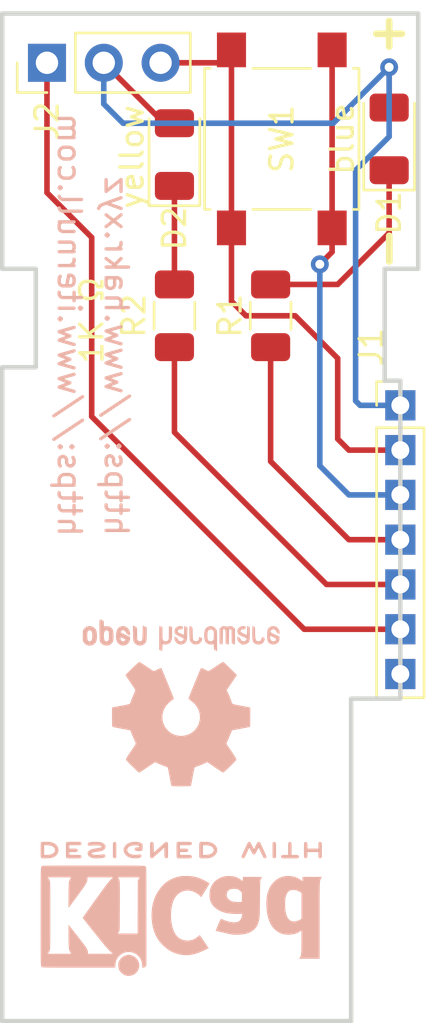
<source format=kicad_pcb>
(kicad_pcb (version 20171130) (host pcbnew "(5.0.1)-4")

  (general
    (thickness 1.6)
    (drawings 21)
    (tracks 50)
    (zones 0)
    (modules 9)
    (nets 10)
  )

  (page A4)
  (layers
    (0 F.Cu signal)
    (31 B.Cu signal)
    (32 B.Adhes user)
    (33 F.Adhes user)
    (34 B.Paste user)
    (35 F.Paste user)
    (36 B.SilkS user)
    (37 F.SilkS user)
    (38 B.Mask user)
    (39 F.Mask user)
    (40 Dwgs.User user)
    (41 Cmts.User user)
    (42 Eco1.User user)
    (43 Eco2.User user)
    (44 Edge.Cuts user)
    (45 Margin user)
    (46 B.CrtYd user)
    (47 F.CrtYd user)
    (48 B.Fab user)
    (49 F.Fab user)
  )

  (setup
    (last_trace_width 0.25)
    (trace_clearance 0.2)
    (zone_clearance 0.508)
    (zone_45_only no)
    (trace_min 0.2)
    (segment_width 0.2)
    (edge_width 0.2)
    (via_size 0.8)
    (via_drill 0.4)
    (via_min_size 0.4)
    (via_min_drill 0.3)
    (uvia_size 0.3)
    (uvia_drill 0.1)
    (uvias_allowed no)
    (uvia_min_size 0.2)
    (uvia_min_drill 0.1)
    (pcb_text_width 0.3)
    (pcb_text_size 1.5 1.5)
    (mod_edge_width 0.15)
    (mod_text_size 1 1)
    (mod_text_width 0.15)
    (pad_size 1.35 1.35)
    (pad_drill 0.8)
    (pad_to_mask_clearance 0.051)
    (solder_mask_min_width 0.25)
    (aux_axis_origin 0 0)
    (visible_elements 7FFDFFFF)
    (pcbplotparams
      (layerselection 0x010fc_ffffffff)
      (usegerberextensions false)
      (usegerberattributes false)
      (usegerberadvancedattributes false)
      (creategerberjobfile false)
      (excludeedgelayer true)
      (linewidth 0.100000)
      (plotframeref false)
      (viasonmask false)
      (mode 1)
      (useauxorigin false)
      (hpglpennumber 1)
      (hpglpenspeed 20)
      (hpglpendiameter 15.000000)
      (psnegative false)
      (psa4output false)
      (plotreference true)
      (plotvalue true)
      (plotinvisibletext false)
      (padsonsilk false)
      (subtractmaskfromsilk false)
      (outputformat 1)
      (mirror false)
      (drillshape 0)
      (scaleselection 1)
      (outputdirectory "Gerber/"))
  )

  (net 0 "")
  (net 1 "Net-(D1-Pad1)")
  (net 2 VCC)
  (net 3 "Net-(D2-Pad1)")
  (net 4 GND)
  (net 5 "Net-(J1-Pad3)")
  (net 6 "Net-(J1-Pad4)")
  (net 7 "Net-(J1-Pad5)")
  (net 8 "Net-(J1-Pad6)")
  (net 9 "Net-(J1-Pad7)")

  (net_class Default 这是默认网络组.
    (clearance 0.2)
    (trace_width 0.25)
    (via_dia 0.8)
    (via_drill 0.4)
    (uvia_dia 0.3)
    (uvia_drill 0.1)
    (add_net GND)
    (add_net "Net-(D1-Pad1)")
    (add_net "Net-(D2-Pad1)")
    (add_net "Net-(J1-Pad3)")
    (add_net "Net-(J1-Pad4)")
    (add_net "Net-(J1-Pad5)")
    (add_net "Net-(J1-Pad6)")
    (add_net "Net-(J1-Pad7)")
    (add_net VCC)
  )

  (module Button_Switch_SMD:SW_SPST_B3S-1000 (layer F.Cu) (tedit 5C6CFA14) (tstamp 5C7A0EA1)
    (at 138.5 75.6 90)
    (descr "Surface Mount Tactile Switch for High-Density Packaging")
    (tags "Tactile Switch")
    (path /5C5AD27D)
    (attr smd)
    (fp_text reference SW1 (at 0 0 90) (layer F.SilkS)
      (effects (font (size 1 1) (thickness 0.15)))
    )
    (fp_text value SW_Push (at 0 4.5 90) (layer F.Fab)
      (effects (font (size 1 1) (thickness 0.15)))
    )
    (fp_text user %R (at 0 0 90) (layer F.Fab)
      (effects (font (size 1 1) (thickness 0.15)))
    )
    (fp_line (start -5 3.7) (end 5 3.7) (layer F.CrtYd) (width 0.05))
    (fp_line (start 5 3.7) (end 5 -3.7) (layer F.CrtYd) (width 0.05))
    (fp_line (start 5 -3.7) (end -5 -3.7) (layer F.CrtYd) (width 0.05))
    (fp_line (start -5 -3.7) (end -5 3.7) (layer F.CrtYd) (width 0.05))
    (fp_line (start -3.15 -3.2) (end -3.15 -3.45) (layer F.SilkS) (width 0.12))
    (fp_line (start -3.15 -3.45) (end 3.15 -3.45) (layer F.SilkS) (width 0.12))
    (fp_line (start 3.15 -3.45) (end 3.15 -3.2) (layer F.SilkS) (width 0.12))
    (fp_line (start -3.15 1.3) (end -3.15 -1.3) (layer F.SilkS) (width 0.12))
    (fp_line (start 3.15 3.2) (end 3.15 3.45) (layer F.SilkS) (width 0.12))
    (fp_line (start 3.15 3.45) (end -3.15 3.45) (layer F.SilkS) (width 0.12))
    (fp_line (start -3.15 3.45) (end -3.15 3.2) (layer F.SilkS) (width 0.12))
    (fp_line (start 3.15 -1.3) (end 3.15 1.3) (layer F.SilkS) (width 0.12))
    (fp_circle (center 0 0) (end 1.65 0) (layer F.Fab) (width 0.1))
    (fp_line (start -3 -3.3) (end 3 -3.3) (layer F.Fab) (width 0.1))
    (fp_line (start 3 -3.3) (end 3 3.3) (layer F.Fab) (width 0.1))
    (fp_line (start 3 3.3) (end -3 3.3) (layer F.Fab) (width 0.1))
    (fp_line (start -3 3.3) (end -3 -3.3) (layer F.Fab) (width 0.1))
    (pad 1 smd rect (at -3.975 -2.25 90) (size 1.55 1.3) (layers F.Cu F.Paste F.Mask)
      (net 4 GND))
    (pad 1 smd rect (at 3.975 -2.25 90) (size 1.55 1.3) (layers F.Cu F.Paste F.Mask)
      (net 4 GND))
    (pad 2 smd rect (at -3.975 2.25 90) (size 1.55 1.3) (layers F.Cu F.Paste F.Mask)
      (net 5 "Net-(J1-Pad3)"))
    (pad 2 smd rect (at 3.975 2.25 90) (size 1.55 1.3) (layers F.Cu F.Paste F.Mask)
      (net 5 "Net-(J1-Pad3)"))
    (model ${KISYS3DMOD}/Button_Switch_SMD.3dshapes/SW_SPST_B3S-1000.wrl
      (at (xyz 0 0 0))
      (scale (xyz 1 1 1))
      (rotate (xyz 0 0 0))
    )
  )

  (module LED_SMD:LED_1206_3216Metric (layer F.Cu) (tedit 5C6CFB2D) (tstamp 5C6765CE)
    (at 143.3 75.6 90)
    (descr "LED SMD 1206 (3216 Metric), square (rectangular) end terminal, IPC_7351 nominal, (Body size source: http://www.tortai-tech.com/upload/download/2011102023233369053.pdf), generated with kicad-footprint-generator")
    (tags diode)
    (path /5C5AD189)
    (attr smd)
    (fp_text reference D1 (at -3.3 0 90) (layer F.SilkS)
      (effects (font (size 1 1) (thickness 0.15)))
    )
    (fp_text value LED_blue (at 0 1.82 90) (layer F.Fab)
      (effects (font (size 1 1) (thickness 0.15)))
    )
    (fp_line (start 1.6 -0.8) (end -1.2 -0.8) (layer F.Fab) (width 0.1))
    (fp_line (start -1.2 -0.8) (end -1.6 -0.4) (layer F.Fab) (width 0.1))
    (fp_line (start -1.6 -0.4) (end -1.6 0.8) (layer F.Fab) (width 0.1))
    (fp_line (start -1.6 0.8) (end 1.6 0.8) (layer F.Fab) (width 0.1))
    (fp_line (start 1.6 0.8) (end 1.6 -0.8) (layer F.Fab) (width 0.1))
    (fp_line (start 1.6 -1.135) (end -2.285 -1.135) (layer F.SilkS) (width 0.12))
    (fp_line (start -2.285 -1.135) (end -2.285 1.135) (layer F.SilkS) (width 0.12))
    (fp_line (start -2.285 1.135) (end 1.6 1.135) (layer F.SilkS) (width 0.12))
    (fp_line (start -2.28 1.12) (end -2.28 -1.12) (layer F.CrtYd) (width 0.05))
    (fp_line (start -2.28 -1.12) (end 2.28 -1.12) (layer F.CrtYd) (width 0.05))
    (fp_line (start 2.28 -1.12) (end 2.28 1.12) (layer F.CrtYd) (width 0.05))
    (fp_line (start 2.28 1.12) (end -2.28 1.12) (layer F.CrtYd) (width 0.05))
    (fp_text user %R (at 0 0 90) (layer F.Fab)
      (effects (font (size 0.8 0.8) (thickness 0.12)))
    )
    (pad 1 smd roundrect (at -1.4 0 90) (size 1.25 1.75) (layers F.Cu F.Paste F.Mask) (roundrect_rratio 0.2)
      (net 1 "Net-(D1-Pad1)"))
    (pad 2 smd roundrect (at 1.4 0 90) (size 1.25 1.75) (layers F.Cu F.Paste F.Mask) (roundrect_rratio 0.2)
      (net 2 VCC))
    (model ${KISYS3DMOD}/LED_SMD.3dshapes/LED_1206_3216Metric.wrl
      (at (xyz 0 0 0))
      (scale (xyz 1 1 1))
      (rotate (xyz 0 0 0))
    )
  )

  (module LED_SMD:LED_1206_3216Metric (layer F.Cu) (tedit 5C6CFB23) (tstamp 5C6765E1)
    (at 133.7 76.3 90)
    (descr "LED SMD 1206 (3216 Metric), square (rectangular) end terminal, IPC_7351 nominal, (Body size source: http://www.tortai-tech.com/upload/download/2011102023233369053.pdf), generated with kicad-footprint-generator")
    (tags diode)
    (path /5C5AD1F5)
    (attr smd)
    (fp_text reference D2 (at -3.3 0 90) (layer F.SilkS)
      (effects (font (size 1 1) (thickness 0.15)))
    )
    (fp_text value LED_yellow (at 0 1.82 90) (layer F.Fab)
      (effects (font (size 1 1) (thickness 0.15)))
    )
    (fp_text user %R (at 0 0 90) (layer F.Fab)
      (effects (font (size 0.8 0.8) (thickness 0.12)))
    )
    (fp_line (start 2.28 1.12) (end -2.28 1.12) (layer F.CrtYd) (width 0.05))
    (fp_line (start 2.28 -1.12) (end 2.28 1.12) (layer F.CrtYd) (width 0.05))
    (fp_line (start -2.28 -1.12) (end 2.28 -1.12) (layer F.CrtYd) (width 0.05))
    (fp_line (start -2.28 1.12) (end -2.28 -1.12) (layer F.CrtYd) (width 0.05))
    (fp_line (start -2.285 1.135) (end 1.6 1.135) (layer F.SilkS) (width 0.12))
    (fp_line (start -2.285 -1.135) (end -2.285 1.135) (layer F.SilkS) (width 0.12))
    (fp_line (start 1.6 -1.135) (end -2.285 -1.135) (layer F.SilkS) (width 0.12))
    (fp_line (start 1.6 0.8) (end 1.6 -0.8) (layer F.Fab) (width 0.1))
    (fp_line (start -1.6 0.8) (end 1.6 0.8) (layer F.Fab) (width 0.1))
    (fp_line (start -1.6 -0.4) (end -1.6 0.8) (layer F.Fab) (width 0.1))
    (fp_line (start -1.2 -0.8) (end -1.6 -0.4) (layer F.Fab) (width 0.1))
    (fp_line (start 1.6 -0.8) (end -1.2 -0.8) (layer F.Fab) (width 0.1))
    (pad 2 smd roundrect (at 1.4 0 90) (size 1.25 1.75) (layers F.Cu F.Paste F.Mask) (roundrect_rratio 0.2)
      (net 2 VCC))
    (pad 1 smd roundrect (at -1.4 0 90) (size 1.25 1.75) (layers F.Cu F.Paste F.Mask) (roundrect_rratio 0.2)
      (net 3 "Net-(D2-Pad1)"))
    (model ${KISYS3DMOD}/LED_SMD.3dshapes/LED_1206_3216Metric.wrl
      (at (xyz 0 0 0))
      (scale (xyz 1 1 1))
      (rotate (xyz 0 0 0))
    )
  )

  (module Connector_PinHeader_2.54mm:PinHeader_1x03_P2.54mm_Vertical (layer F.Cu) (tedit 59FED5CC) (tstamp 5C676615)
    (at 128 72.2 90)
    (descr "Through hole straight pin header, 1x03, 2.54mm pitch, single row")
    (tags "Through hole pin header THT 1x03 2.54mm single row")
    (path /5C5AD050)
    (fp_text reference J2 (at -2.6 0 270) (layer F.SilkS)
      (effects (font (size 1 1) (thickness 0.15)))
    )
    (fp_text value Conn_01x03 (at 0 7.41 90) (layer F.Fab)
      (effects (font (size 1 1) (thickness 0.15)))
    )
    (fp_line (start -0.635 -1.27) (end 1.27 -1.27) (layer F.Fab) (width 0.1))
    (fp_line (start 1.27 -1.27) (end 1.27 6.35) (layer F.Fab) (width 0.1))
    (fp_line (start 1.27 6.35) (end -1.27 6.35) (layer F.Fab) (width 0.1))
    (fp_line (start -1.27 6.35) (end -1.27 -0.635) (layer F.Fab) (width 0.1))
    (fp_line (start -1.27 -0.635) (end -0.635 -1.27) (layer F.Fab) (width 0.1))
    (fp_line (start -1.33 6.41) (end 1.33 6.41) (layer F.SilkS) (width 0.12))
    (fp_line (start -1.33 1.27) (end -1.33 6.41) (layer F.SilkS) (width 0.12))
    (fp_line (start 1.33 1.27) (end 1.33 6.41) (layer F.SilkS) (width 0.12))
    (fp_line (start -1.33 1.27) (end 1.33 1.27) (layer F.SilkS) (width 0.12))
    (fp_line (start -1.33 0) (end -1.33 -1.33) (layer F.SilkS) (width 0.12))
    (fp_line (start -1.33 -1.33) (end 0 -1.33) (layer F.SilkS) (width 0.12))
    (fp_line (start -1.8 -1.8) (end -1.8 6.85) (layer F.CrtYd) (width 0.05))
    (fp_line (start -1.8 6.85) (end 1.8 6.85) (layer F.CrtYd) (width 0.05))
    (fp_line (start 1.8 6.85) (end 1.8 -1.8) (layer F.CrtYd) (width 0.05))
    (fp_line (start 1.8 -1.8) (end -1.8 -1.8) (layer F.CrtYd) (width 0.05))
    (fp_text user %R (at 0 2.54 180) (layer F.Fab)
      (effects (font (size 1 1) (thickness 0.15)))
    )
    (pad 1 thru_hole rect (at 0 0 90) (size 1.7 1.7) (drill 1) (layers *.Cu *.Mask)
      (net 8 "Net-(J1-Pad6)"))
    (pad 2 thru_hole oval (at 0 2.54 90) (size 1.7 1.7) (drill 1) (layers *.Cu *.Mask)
      (net 2 VCC))
    (pad 3 thru_hole oval (at 0 5.08 90) (size 1.7 1.7) (drill 1) (layers *.Cu *.Mask)
      (net 4 GND))
    (model ${KISYS3DMOD}/Connector_PinHeader_2.54mm.3dshapes/PinHeader_1x03_P2.54mm_Vertical.wrl
      (at (xyz 0 0 0))
      (scale (xyz 1 1 1))
      (rotate (xyz 0 0 0))
    )
  )

  (module Resistor_SMD:R_1206_3216Metric (layer F.Cu) (tedit 5B301BBD) (tstamp 5C676626)
    (at 138 83.5 90)
    (descr "Resistor SMD 1206 (3216 Metric), square (rectangular) end terminal, IPC_7351 nominal, (Body size source: http://www.tortai-tech.com/upload/download/2011102023233369053.pdf), generated with kicad-footprint-generator")
    (tags resistor)
    (path /5C5AD0AC)
    (attr smd)
    (fp_text reference R1 (at 0 -1.82 90) (layer F.SilkS)
      (effects (font (size 1 1) (thickness 0.15)))
    )
    (fp_text value 1K (at 0 1.82 90) (layer F.Fab)
      (effects (font (size 1 1) (thickness 0.15)))
    )
    (fp_line (start -1.6 0.8) (end -1.6 -0.8) (layer F.Fab) (width 0.1))
    (fp_line (start -1.6 -0.8) (end 1.6 -0.8) (layer F.Fab) (width 0.1))
    (fp_line (start 1.6 -0.8) (end 1.6 0.8) (layer F.Fab) (width 0.1))
    (fp_line (start 1.6 0.8) (end -1.6 0.8) (layer F.Fab) (width 0.1))
    (fp_line (start -0.602064 -0.91) (end 0.602064 -0.91) (layer F.SilkS) (width 0.12))
    (fp_line (start -0.602064 0.91) (end 0.602064 0.91) (layer F.SilkS) (width 0.12))
    (fp_line (start -2.28 1.12) (end -2.28 -1.12) (layer F.CrtYd) (width 0.05))
    (fp_line (start -2.28 -1.12) (end 2.28 -1.12) (layer F.CrtYd) (width 0.05))
    (fp_line (start 2.28 -1.12) (end 2.28 1.12) (layer F.CrtYd) (width 0.05))
    (fp_line (start 2.28 1.12) (end -2.28 1.12) (layer F.CrtYd) (width 0.05))
    (fp_text user %R (at 0 0 90) (layer F.Fab)
      (effects (font (size 0.8 0.8) (thickness 0.12)))
    )
    (pad 1 smd roundrect (at -1.4 0 90) (size 1.25 1.75) (layers F.Cu F.Paste F.Mask) (roundrect_rratio 0.2)
      (net 6 "Net-(J1-Pad4)"))
    (pad 2 smd roundrect (at 1.4 0 90) (size 1.25 1.75) (layers F.Cu F.Paste F.Mask) (roundrect_rratio 0.2)
      (net 1 "Net-(D1-Pad1)"))
    (model ${KISYS3DMOD}/Resistor_SMD.3dshapes/R_1206_3216Metric.wrl
      (at (xyz 0 0 0))
      (scale (xyz 1 1 1))
      (rotate (xyz 0 0 0))
    )
  )

  (module Resistor_SMD:R_1206_3216Metric (layer F.Cu) (tedit 5B301BBD) (tstamp 5C676637)
    (at 133.7 83.5 90)
    (descr "Resistor SMD 1206 (3216 Metric), square (rectangular) end terminal, IPC_7351 nominal, (Body size source: http://www.tortai-tech.com/upload/download/2011102023233369053.pdf), generated with kicad-footprint-generator")
    (tags resistor)
    (path /5C5AD144)
    (attr smd)
    (fp_text reference R2 (at 0 -1.82 90) (layer F.SilkS)
      (effects (font (size 1 1) (thickness 0.15)))
    )
    (fp_text value 1K (at 0 1.82 90) (layer F.Fab)
      (effects (font (size 1 1) (thickness 0.15)))
    )
    (fp_text user %R (at 0 0 90) (layer F.Fab)
      (effects (font (size 0.8 0.8) (thickness 0.12)))
    )
    (fp_line (start 2.28 1.12) (end -2.28 1.12) (layer F.CrtYd) (width 0.05))
    (fp_line (start 2.28 -1.12) (end 2.28 1.12) (layer F.CrtYd) (width 0.05))
    (fp_line (start -2.28 -1.12) (end 2.28 -1.12) (layer F.CrtYd) (width 0.05))
    (fp_line (start -2.28 1.12) (end -2.28 -1.12) (layer F.CrtYd) (width 0.05))
    (fp_line (start -0.602064 0.91) (end 0.602064 0.91) (layer F.SilkS) (width 0.12))
    (fp_line (start -0.602064 -0.91) (end 0.602064 -0.91) (layer F.SilkS) (width 0.12))
    (fp_line (start 1.6 0.8) (end -1.6 0.8) (layer F.Fab) (width 0.1))
    (fp_line (start 1.6 -0.8) (end 1.6 0.8) (layer F.Fab) (width 0.1))
    (fp_line (start -1.6 -0.8) (end 1.6 -0.8) (layer F.Fab) (width 0.1))
    (fp_line (start -1.6 0.8) (end -1.6 -0.8) (layer F.Fab) (width 0.1))
    (pad 2 smd roundrect (at 1.4 0 90) (size 1.25 1.75) (layers F.Cu F.Paste F.Mask) (roundrect_rratio 0.2)
      (net 3 "Net-(D2-Pad1)"))
    (pad 1 smd roundrect (at -1.4 0 90) (size 1.25 1.75) (layers F.Cu F.Paste F.Mask) (roundrect_rratio 0.2)
      (net 7 "Net-(J1-Pad5)"))
    (model ${KISYS3DMOD}/Resistor_SMD.3dshapes/R_1206_3216Metric.wrl
      (at (xyz 0 0 0))
      (scale (xyz 1 1 1))
      (rotate (xyz 0 0 0))
    )
  )

  (module Connector_PinHeader_2.00mm:PinHeader_1x07_P2.00mm_Vertical (layer F.Cu) (tedit 5C6CF933) (tstamp 5C74251F)
    (at 143.8 87.5)
    (descr "Through hole straight pin header, 1x07, 2.00mm pitch, single row")
    (tags "Through hole pin header THT 1x07 2.00mm single row")
    (path /5C5ACF78)
    (fp_text reference J1 (at -1.3 -2.6 90) (layer F.SilkS)
      (effects (font (size 1 1) (thickness 0.15)))
    )
    (fp_text value Conn_01x07 (at 0 14.06) (layer F.Fab)
      (effects (font (size 1 1) (thickness 0.15)))
    )
    (fp_line (start -0.5 -1) (end 1 -1) (layer F.Fab) (width 0.1))
    (fp_line (start 1 -1) (end 1 13) (layer F.Fab) (width 0.1))
    (fp_line (start 1 13) (end -1 13) (layer F.Fab) (width 0.1))
    (fp_line (start -1 13) (end -1 -0.5) (layer F.Fab) (width 0.1))
    (fp_line (start -1 -0.5) (end -0.5 -1) (layer F.Fab) (width 0.1))
    (fp_line (start -1.06 13.06) (end 1.06 13.06) (layer F.SilkS) (width 0.12))
    (fp_line (start -1.06 1) (end -1.06 13.06) (layer F.SilkS) (width 0.12))
    (fp_line (start 1.06 1) (end 1.06 13.06) (layer F.SilkS) (width 0.12))
    (fp_line (start -1.06 1) (end 1.06 1) (layer F.SilkS) (width 0.12))
    (fp_line (start -1.06 0) (end -1.06 -1.06) (layer F.SilkS) (width 0.12))
    (fp_line (start -1.06 -1.06) (end 0 -1.06) (layer F.SilkS) (width 0.12))
    (fp_line (start -1.5 -1.5) (end -1.5 13.5) (layer F.CrtYd) (width 0.05))
    (fp_line (start -1.5 13.5) (end 1.5 13.5) (layer F.CrtYd) (width 0.05))
    (fp_line (start 1.5 13.5) (end 1.5 -1.5) (layer F.CrtYd) (width 0.05))
    (fp_line (start 1.5 -1.5) (end -1.5 -1.5) (layer F.CrtYd) (width 0.05))
    (fp_text user %R (at 0 6 90) (layer F.Fab)
      (effects (font (size 1 1) (thickness 0.15)))
    )
    (pad 1 thru_hole rect (at 0 0) (size 1.35 1.35) (drill 0.8) (layers *.Cu *.Mask)
      (net 2 VCC))
    (pad 2 thru_hole rect (at 0 2) (size 1.35 1.35) (drill 0.8) (layers *.Cu *.Mask)
      (net 4 GND))
    (pad 3 thru_hole rect (at 0 4) (size 1.35 1.35) (drill 0.8) (layers *.Cu *.Mask)
      (net 5 "Net-(J1-Pad3)"))
    (pad 4 thru_hole rect (at 0 6) (size 1.35 1.35) (drill 0.8) (layers *.Cu *.Mask)
      (net 6 "Net-(J1-Pad4)"))
    (pad 5 thru_hole rect (at 0 8) (size 1.35 1.35) (drill 0.8) (layers *.Cu *.Mask)
      (net 7 "Net-(J1-Pad5)"))
    (pad 6 thru_hole rect (at 0 10) (size 1.35 1.35) (drill 0.8) (layers *.Cu *.Mask)
      (net 8 "Net-(J1-Pad6)"))
    (pad 7 thru_hole rect (at 0 12) (size 1.35 1.35) (drill 0.8) (layers *.Cu *.Mask)
      (net 9 "Net-(J1-Pad7)"))
    (model ${KISYS3DMOD}/Connector_PinHeader_2.00mm.3dshapes/PinHeader_1x07_P2.00mm_Vertical.wrl
      (at (xyz 0 0 0))
      (scale (xyz 1 1 1))
      (rotate (xyz 0 0 0))
    )
  )

  (module Symbol:KiCad-Logo2_6mm_SilkScreen (layer B.Cu) (tedit 0) (tstamp 5C80CD49)
    (at 134 110)
    (descr "KiCad Logo")
    (tags "Logo KiCad")
    (attr virtual)
    (fp_text reference REF** (at 0 0) (layer B.SilkS) hide
      (effects (font (size 1 1) (thickness 0.15)) (justify mirror))
    )
    (fp_text value KiCad-Logo2_6mm_SilkScreen (at 0.75 0) (layer B.Fab) hide
      (effects (font (size 1 1) (thickness 0.15)) (justify mirror))
    )
    (fp_poly (pts (xy -2.273043 2.973429) (xy -2.176768 2.949191) (xy -2.090184 2.906359) (xy -2.015373 2.846581)
      (xy -1.954418 2.771506) (xy -1.909399 2.68278) (xy -1.883136 2.58647) (xy -1.877286 2.489205)
      (xy -1.89214 2.395346) (xy -1.92584 2.307489) (xy -1.976528 2.22823) (xy -2.042345 2.160164)
      (xy -2.121434 2.105888) (xy -2.211934 2.067998) (xy -2.2632 2.055574) (xy -2.307698 2.048053)
      (xy -2.341999 2.045081) (xy -2.37496 2.046906) (xy -2.415434 2.053775) (xy -2.448531 2.06075)
      (xy -2.541947 2.092259) (xy -2.625619 2.143383) (xy -2.697665 2.212571) (xy -2.7562 2.298272)
      (xy -2.770148 2.325511) (xy -2.786586 2.361878) (xy -2.796894 2.392418) (xy -2.80246 2.42455)
      (xy -2.804669 2.465693) (xy -2.804948 2.511778) (xy -2.800861 2.596135) (xy -2.787446 2.665414)
      (xy -2.762256 2.726039) (xy -2.722846 2.784433) (xy -2.684298 2.828698) (xy -2.612406 2.894516)
      (xy -2.537313 2.939947) (xy -2.454562 2.96715) (xy -2.376928 2.977424) (xy -2.273043 2.973429)) (layer B.SilkS) (width 0.01))
    (fp_poly (pts (xy 6.186507 0.527755) (xy 6.186526 0.293338) (xy 6.186552 0.080397) (xy 6.186625 -0.112168)
      (xy 6.186782 -0.285459) (xy 6.187064 -0.440576) (xy 6.187509 -0.57862) (xy 6.188156 -0.700692)
      (xy 6.189045 -0.807894) (xy 6.190213 -0.901326) (xy 6.191701 -0.98209) (xy 6.193546 -1.051286)
      (xy 6.195789 -1.110015) (xy 6.198469 -1.159379) (xy 6.201623 -1.200478) (xy 6.205292 -1.234413)
      (xy 6.209513 -1.262286) (xy 6.214327 -1.285198) (xy 6.219773 -1.304249) (xy 6.225888 -1.32054)
      (xy 6.232712 -1.335173) (xy 6.240285 -1.349249) (xy 6.248645 -1.363868) (xy 6.253839 -1.372974)
      (xy 6.288104 -1.433689) (xy 5.429955 -1.433689) (xy 5.429955 -1.337733) (xy 5.429224 -1.29437)
      (xy 5.427272 -1.261205) (xy 5.424463 -1.243424) (xy 5.423221 -1.241778) (xy 5.411799 -1.248662)
      (xy 5.389084 -1.266505) (xy 5.366385 -1.285879) (xy 5.3118 -1.326614) (xy 5.242321 -1.367617)
      (xy 5.16527 -1.405123) (xy 5.087965 -1.435364) (xy 5.057113 -1.445012) (xy 4.988616 -1.459578)
      (xy 4.905764 -1.469539) (xy 4.816371 -1.474583) (xy 4.728248 -1.474396) (xy 4.649207 -1.468666)
      (xy 4.611511 -1.462858) (xy 4.473414 -1.424797) (xy 4.346113 -1.367073) (xy 4.230292 -1.290211)
      (xy 4.126637 -1.194739) (xy 4.035833 -1.081179) (xy 3.969031 -0.970381) (xy 3.914164 -0.853625)
      (xy 3.872163 -0.734276) (xy 3.842167 -0.608283) (xy 3.823311 -0.471594) (xy 3.814732 -0.320158)
      (xy 3.814006 -0.242711) (xy 3.8161 -0.185934) (xy 4.645217 -0.185934) (xy 4.645424 -0.279002)
      (xy 4.648337 -0.366692) (xy 4.654 -0.443772) (xy 4.662455 -0.505009) (xy 4.665038 -0.51735)
      (xy 4.69684 -0.624633) (xy 4.738498 -0.711658) (xy 4.790363 -0.778642) (xy 4.852781 -0.825805)
      (xy 4.9261 -0.853365) (xy 5.010669 -0.861541) (xy 5.106835 -0.850551) (xy 5.170311 -0.834829)
      (xy 5.219454 -0.816639) (xy 5.273583 -0.790791) (xy 5.314244 -0.767089) (xy 5.3848 -0.720721)
      (xy 5.3848 0.42947) (xy 5.317392 0.473038) (xy 5.238867 0.51396) (xy 5.154681 0.540611)
      (xy 5.069557 0.552535) (xy 4.988216 0.549278) (xy 4.91538 0.530385) (xy 4.883426 0.514816)
      (xy 4.825501 0.471819) (xy 4.776544 0.415047) (xy 4.73539 0.342425) (xy 4.700874 0.251879)
      (xy 4.671833 0.141334) (xy 4.670552 0.135467) (xy 4.660381 0.073212) (xy 4.652739 -0.004594)
      (xy 4.64767 -0.09272) (xy 4.645217 -0.185934) (xy 3.8161 -0.185934) (xy 3.821857 -0.029895)
      (xy 3.843802 0.165941) (xy 3.879786 0.344668) (xy 3.929759 0.506155) (xy 3.993668 0.650274)
      (xy 4.071462 0.776894) (xy 4.163089 0.885885) (xy 4.268497 0.977117) (xy 4.313662 1.008068)
      (xy 4.414611 1.064215) (xy 4.517901 1.103826) (xy 4.627989 1.127986) (xy 4.74933 1.137781)
      (xy 4.841836 1.136735) (xy 4.97149 1.125769) (xy 5.084084 1.103954) (xy 5.182875 1.070286)
      (xy 5.271121 1.023764) (xy 5.319986 0.989552) (xy 5.349353 0.967638) (xy 5.371043 0.952667)
      (xy 5.379253 0.948267) (xy 5.380868 0.959096) (xy 5.382159 0.989749) (xy 5.383138 1.037474)
      (xy 5.383817 1.099521) (xy 5.38421 1.173138) (xy 5.38433 1.255573) (xy 5.384188 1.344075)
      (xy 5.383797 1.435893) (xy 5.383171 1.528276) (xy 5.38232 1.618472) (xy 5.38126 1.703729)
      (xy 5.380001 1.781297) (xy 5.378556 1.848424) (xy 5.376938 1.902359) (xy 5.375161 1.94035)
      (xy 5.374669 1.947333) (xy 5.367092 2.017749) (xy 5.355531 2.072898) (xy 5.337792 2.120019)
      (xy 5.311682 2.166353) (xy 5.305415 2.175933) (xy 5.280983 2.212622) (xy 6.186311 2.212622)
      (xy 6.186507 0.527755)) (layer B.SilkS) (width 0.01))
    (fp_poly (pts (xy 2.673574 1.133448) (xy 2.825492 1.113433) (xy 2.960756 1.079798) (xy 3.080239 1.032275)
      (xy 3.184815 0.970595) (xy 3.262424 0.907035) (xy 3.331265 0.832901) (xy 3.385006 0.753129)
      (xy 3.42791 0.660909) (xy 3.443384 0.617839) (xy 3.456244 0.578858) (xy 3.467446 0.542711)
      (xy 3.47712 0.507566) (xy 3.485396 0.47159) (xy 3.492403 0.43295) (xy 3.498272 0.389815)
      (xy 3.503131 0.340351) (xy 3.50711 0.282727) (xy 3.51034 0.215109) (xy 3.512949 0.135666)
      (xy 3.515067 0.042564) (xy 3.516824 -0.066027) (xy 3.518349 -0.191942) (xy 3.519772 -0.337012)
      (xy 3.521025 -0.479778) (xy 3.522351 -0.635968) (xy 3.523556 -0.771239) (xy 3.524766 -0.887246)
      (xy 3.526106 -0.985645) (xy 3.5277 -1.068093) (xy 3.529675 -1.136246) (xy 3.532156 -1.19176)
      (xy 3.535269 -1.236292) (xy 3.539138 -1.271498) (xy 3.543889 -1.299034) (xy 3.549648 -1.320556)
      (xy 3.556539 -1.337722) (xy 3.564689 -1.352186) (xy 3.574223 -1.365606) (xy 3.585266 -1.379638)
      (xy 3.589566 -1.385071) (xy 3.605386 -1.40791) (xy 3.612422 -1.423463) (xy 3.612444 -1.423922)
      (xy 3.601567 -1.426121) (xy 3.570582 -1.428147) (xy 3.521957 -1.429942) (xy 3.458163 -1.431451)
      (xy 3.381669 -1.432616) (xy 3.294944 -1.43338) (xy 3.200457 -1.433686) (xy 3.18955 -1.433689)
      (xy 2.766657 -1.433689) (xy 2.763395 -1.337622) (xy 2.760133 -1.241556) (xy 2.698044 -1.292543)
      (xy 2.600714 -1.360057) (xy 2.490813 -1.414749) (xy 2.404349 -1.444978) (xy 2.335278 -1.459666)
      (xy 2.251925 -1.469659) (xy 2.162159 -1.474646) (xy 2.073845 -1.474313) (xy 1.994851 -1.468351)
      (xy 1.958622 -1.462638) (xy 1.818603 -1.424776) (xy 1.692178 -1.369932) (xy 1.58026 -1.298924)
      (xy 1.483762 -1.212568) (xy 1.4036 -1.111679) (xy 1.340687 -0.997076) (xy 1.296312 -0.870984)
      (xy 1.283978 -0.814401) (xy 1.276368 -0.752202) (xy 1.272739 -0.677363) (xy 1.272245 -0.643467)
      (xy 1.27231 -0.640282) (xy 2.032248 -0.640282) (xy 2.041541 -0.715333) (xy 2.069728 -0.77916)
      (xy 2.118197 -0.834798) (xy 2.123254 -0.839211) (xy 2.171548 -0.874037) (xy 2.223257 -0.89662)
      (xy 2.283989 -0.90854) (xy 2.359352 -0.911383) (xy 2.377459 -0.910978) (xy 2.431278 -0.908325)
      (xy 2.471308 -0.902909) (xy 2.506324 -0.892745) (xy 2.545103 -0.87585) (xy 2.555745 -0.870672)
      (xy 2.616396 -0.834844) (xy 2.663215 -0.792212) (xy 2.675952 -0.776973) (xy 2.720622 -0.720462)
      (xy 2.720622 -0.524586) (xy 2.720086 -0.445939) (xy 2.718396 -0.387988) (xy 2.715428 -0.348875)
      (xy 2.711057 -0.326741) (xy 2.706972 -0.320274) (xy 2.691047 -0.317111) (xy 2.657264 -0.314488)
      (xy 2.61034 -0.312655) (xy 2.554993 -0.311857) (xy 2.546106 -0.311842) (xy 2.42533 -0.317096)
      (xy 2.32266 -0.333263) (xy 2.236106 -0.360961) (xy 2.163681 -0.400808) (xy 2.108751 -0.447758)
      (xy 2.064204 -0.505645) (xy 2.03948 -0.568693) (xy 2.032248 -0.640282) (xy 1.27231 -0.640282)
      (xy 1.274178 -0.549712) (xy 1.282522 -0.470812) (xy 1.298768 -0.39959) (xy 1.324405 -0.328864)
      (xy 1.348401 -0.276493) (xy 1.40702 -0.181196) (xy 1.485117 -0.09317) (xy 1.580315 -0.014017)
      (xy 1.690238 0.05466) (xy 1.81251 0.111259) (xy 1.944755 0.154179) (xy 2.009422 0.169118)
      (xy 2.145604 0.191223) (xy 2.294049 0.205806) (xy 2.445505 0.212187) (xy 2.572064 0.210555)
      (xy 2.73395 0.203776) (xy 2.72653 0.262755) (xy 2.707238 0.361908) (xy 2.676104 0.442628)
      (xy 2.632269 0.505534) (xy 2.574871 0.551244) (xy 2.503048 0.580378) (xy 2.415941 0.593553)
      (xy 2.312686 0.591389) (xy 2.274711 0.587388) (xy 2.13352 0.56222) (xy 1.996707 0.521186)
      (xy 1.902178 0.483185) (xy 1.857018 0.46381) (xy 1.818585 0.44824) (xy 1.792234 0.438595)
      (xy 1.784546 0.436548) (xy 1.774802 0.445626) (xy 1.758083 0.474595) (xy 1.734232 0.523783)
      (xy 1.703093 0.593516) (xy 1.664507 0.684121) (xy 1.65791 0.699911) (xy 1.627853 0.772228)
      (xy 1.600874 0.837575) (xy 1.578136 0.893094) (xy 1.560806 0.935928) (xy 1.550048 0.963219)
      (xy 1.546941 0.972058) (xy 1.55694 0.976813) (xy 1.583217 0.98209) (xy 1.611489 0.985769)
      (xy 1.641646 0.990526) (xy 1.689433 0.999972) (xy 1.750612 1.01318) (xy 1.820946 1.029224)
      (xy 1.896194 1.04718) (xy 1.924755 1.054203) (xy 2.029816 1.079791) (xy 2.11748 1.099853)
      (xy 2.192068 1.115031) (xy 2.257903 1.125965) (xy 2.319307 1.133296) (xy 2.380602 1.137665)
      (xy 2.44611 1.139713) (xy 2.504128 1.140111) (xy 2.673574 1.133448)) (layer B.SilkS) (width 0.01))
    (fp_poly (pts (xy 0.328429 2.050929) (xy 0.48857 2.029755) (xy 0.65251 1.989615) (xy 0.822313 1.930111)
      (xy 1.000043 1.850846) (xy 1.01131 1.845301) (xy 1.069005 1.817275) (xy 1.120552 1.793198)
      (xy 1.162191 1.774751) (xy 1.190162 1.763614) (xy 1.199733 1.761067) (xy 1.21895 1.756059)
      (xy 1.223561 1.751853) (xy 1.218458 1.74142) (xy 1.202418 1.715132) (xy 1.177288 1.675743)
      (xy 1.144914 1.626009) (xy 1.107143 1.568685) (xy 1.065822 1.506524) (xy 1.022798 1.442282)
      (xy 0.979917 1.378715) (xy 0.939026 1.318575) (xy 0.901971 1.26462) (xy 0.8706 1.219603)
      (xy 0.846759 1.186279) (xy 0.832294 1.167403) (xy 0.830309 1.165213) (xy 0.820191 1.169862)
      (xy 0.79785 1.187038) (xy 0.76728 1.21356) (xy 0.751536 1.228036) (xy 0.655047 1.303318)
      (xy 0.548336 1.358759) (xy 0.432832 1.393859) (xy 0.309962 1.40812) (xy 0.240561 1.406949)
      (xy 0.119423 1.389788) (xy 0.010205 1.353906) (xy -0.087418 1.299041) (xy -0.173772 1.22493)
      (xy -0.249185 1.131312) (xy -0.313982 1.017924) (xy -0.351399 0.931333) (xy -0.395252 0.795634)
      (xy -0.427572 0.64815) (xy -0.448443 0.492686) (xy -0.457949 0.333044) (xy -0.456173 0.173027)
      (xy -0.443197 0.016439) (xy -0.419106 -0.132918) (xy -0.383982 -0.27124) (xy -0.337908 -0.394724)
      (xy -0.321627 -0.428978) (xy -0.25338 -0.543064) (xy -0.172921 -0.639557) (xy -0.08143 -0.71767)
      (xy 0.019911 -0.776617) (xy 0.12992 -0.815612) (xy 0.247415 -0.833868) (xy 0.288883 -0.835211)
      (xy 0.410441 -0.82429) (xy 0.530878 -0.791474) (xy 0.648666 -0.737439) (xy 0.762277 -0.662865)
      (xy 0.853685 -0.584539) (xy 0.900215 -0.540008) (xy 1.081483 -0.837271) (xy 1.12658 -0.911433)
      (xy 1.167819 -0.979646) (xy 1.203735 -1.039459) (xy 1.232866 -1.08842) (xy 1.25375 -1.124079)
      (xy 1.264924 -1.143984) (xy 1.266375 -1.147079) (xy 1.258146 -1.156718) (xy 1.232567 -1.173999)
      (xy 1.192873 -1.197283) (xy 1.142297 -1.224934) (xy 1.084074 -1.255315) (xy 1.021437 -1.28679)
      (xy 0.957621 -1.317722) (xy 0.89586 -1.346473) (xy 0.839388 -1.371408) (xy 0.791438 -1.390889)
      (xy 0.767986 -1.399318) (xy 0.634221 -1.437133) (xy 0.496327 -1.462136) (xy 0.348622 -1.47514)
      (xy 0.221833 -1.477468) (xy 0.153878 -1.476373) (xy 0.088277 -1.474275) (xy 0.030847 -1.471434)
      (xy -0.012597 -1.468106) (xy -0.026702 -1.466422) (xy -0.165716 -1.437587) (xy -0.307243 -1.392468)
      (xy -0.444725 -1.33375) (xy -0.571606 -1.26412) (xy -0.649111 -1.211441) (xy -0.776519 -1.103239)
      (xy -0.894822 -0.976671) (xy -1.001828 -0.834866) (xy -1.095348 -0.680951) (xy -1.17319 -0.518053)
      (xy -1.217044 -0.400756) (xy -1.267292 -0.217128) (xy -1.300791 -0.022581) (xy -1.317551 0.178675)
      (xy -1.317584 0.382432) (xy -1.300899 0.584479) (xy -1.267507 0.780608) (xy -1.21742 0.966609)
      (xy -1.213603 0.978197) (xy -1.150719 1.14025) (xy -1.073972 1.288168) (xy -0.980758 1.426135)
      (xy -0.868473 1.558339) (xy -0.824608 1.603601) (xy -0.688466 1.727543) (xy -0.548509 1.830085)
      (xy -0.402589 1.912344) (xy -0.248558 1.975436) (xy -0.084268 2.020477) (xy 0.011289 2.037967)
      (xy 0.170023 2.053534) (xy 0.328429 2.050929)) (layer B.SilkS) (width 0.01))
    (fp_poly (pts (xy -2.9464 2.510946) (xy -2.935535 2.397007) (xy -2.903918 2.289384) (xy -2.853015 2.190385)
      (xy -2.784293 2.102316) (xy -2.699219 2.027484) (xy -2.602232 1.969616) (xy -2.495964 1.929995)
      (xy -2.38895 1.911427) (xy -2.2833 1.912566) (xy -2.181125 1.93207) (xy -2.084534 1.968594)
      (xy -1.995638 2.020795) (xy -1.916546 2.087327) (xy -1.849369 2.166848) (xy -1.796217 2.258013)
      (xy -1.759199 2.359477) (xy -1.740427 2.469898) (xy -1.738489 2.519794) (xy -1.738489 2.607733)
      (xy -1.68656 2.607733) (xy -1.650253 2.604889) (xy -1.623355 2.593089) (xy -1.596249 2.569351)
      (xy -1.557867 2.530969) (xy -1.557867 0.339398) (xy -1.557876 0.077261) (xy -1.557908 -0.163241)
      (xy -1.557972 -0.383048) (xy -1.558076 -0.583101) (xy -1.558227 -0.764344) (xy -1.558434 -0.927716)
      (xy -1.558706 -1.07416) (xy -1.55905 -1.204617) (xy -1.559474 -1.320029) (xy -1.559987 -1.421338)
      (xy -1.560597 -1.509484) (xy -1.561312 -1.58541) (xy -1.56214 -1.650057) (xy -1.563089 -1.704367)
      (xy -1.564167 -1.74928) (xy -1.565383 -1.78574) (xy -1.566745 -1.814687) (xy -1.568261 -1.837063)
      (xy -1.569938 -1.853809) (xy -1.571786 -1.865868) (xy -1.573813 -1.87418) (xy -1.576025 -1.879687)
      (xy -1.577108 -1.881537) (xy -1.581271 -1.888549) (xy -1.584805 -1.894996) (xy -1.588635 -1.9009)
      (xy -1.593682 -1.906286) (xy -1.600871 -1.911178) (xy -1.611123 -1.915598) (xy -1.625364 -1.919572)
      (xy -1.644514 -1.923121) (xy -1.669499 -1.92627) (xy -1.70124 -1.929042) (xy -1.740662 -1.931461)
      (xy -1.788686 -1.933551) (xy -1.846237 -1.935335) (xy -1.914237 -1.936837) (xy -1.99361 -1.93808)
      (xy -2.085279 -1.939089) (xy -2.190166 -1.939885) (xy -2.309196 -1.940494) (xy -2.44329 -1.940939)
      (xy -2.593373 -1.941243) (xy -2.760367 -1.94143) (xy -2.945196 -1.941524) (xy -3.148783 -1.941548)
      (xy -3.37205 -1.941525) (xy -3.615922 -1.94148) (xy -3.881321 -1.941437) (xy -3.919704 -1.941432)
      (xy -4.186682 -1.941389) (xy -4.432002 -1.941318) (xy -4.656583 -1.941213) (xy -4.861345 -1.941066)
      (xy -5.047206 -1.940869) (xy -5.215088 -1.940616) (xy -5.365908 -1.9403) (xy -5.500587 -1.939913)
      (xy -5.620044 -1.939447) (xy -5.725199 -1.938897) (xy -5.816971 -1.938253) (xy -5.896279 -1.937511)
      (xy -5.964043 -1.936661) (xy -6.021182 -1.935697) (xy -6.068617 -1.934611) (xy -6.107266 -1.933397)
      (xy -6.138049 -1.932047) (xy -6.161885 -1.930555) (xy -6.179694 -1.928911) (xy -6.192395 -1.927111)
      (xy -6.200908 -1.925145) (xy -6.205266 -1.923477) (xy -6.213728 -1.919906) (xy -6.221497 -1.91727)
      (xy -6.228602 -1.914634) (xy -6.235073 -1.911062) (xy -6.240939 -1.905621) (xy -6.246229 -1.897375)
      (xy -6.250974 -1.88539) (xy -6.255202 -1.868731) (xy -6.258943 -1.846463) (xy -6.262227 -1.817652)
      (xy -6.265083 -1.781363) (xy -6.26754 -1.736661) (xy -6.269629 -1.682611) (xy -6.271378 -1.618279)
      (xy -6.272817 -1.54273) (xy -6.273976 -1.45503) (xy -6.274883 -1.354243) (xy -6.275569 -1.239434)
      (xy -6.276063 -1.10967) (xy -6.276395 -0.964015) (xy -6.276593 -0.801535) (xy -6.276687 -0.621295)
      (xy -6.276708 -0.42236) (xy -6.276685 -0.203796) (xy -6.276646 0.035332) (xy -6.276622 0.29596)
      (xy -6.276622 0.338111) (xy -6.276636 0.601008) (xy -6.276661 0.842268) (xy -6.276671 1.062835)
      (xy -6.276642 1.263648) (xy -6.276548 1.445651) (xy -6.276362 1.609784) (xy -6.276059 1.756989)
      (xy -6.275614 1.888208) (xy -6.275034 1.998133) (xy -5.972197 1.998133) (xy -5.932407 1.940289)
      (xy -5.921236 1.924521) (xy -5.911166 1.910559) (xy -5.902138 1.897216) (xy -5.894097 1.883307)
      (xy -5.886986 1.867644) (xy -5.880747 1.849042) (xy -5.875325 1.826314) (xy -5.870662 1.798273)
      (xy -5.866701 1.763733) (xy -5.863385 1.721508) (xy -5.860659 1.670411) (xy -5.858464 1.609256)
      (xy -5.856745 1.536856) (xy -5.855444 1.452025) (xy -5.854505 1.353578) (xy -5.85387 1.240326)
      (xy -5.853484 1.111084) (xy -5.853288 0.964666) (xy -5.853227 0.799884) (xy -5.853243 0.615553)
      (xy -5.85328 0.410487) (xy -5.853289 0.287867) (xy -5.853265 0.070918) (xy -5.853231 -0.124642)
      (xy -5.853243 -0.299999) (xy -5.853358 -0.456341) (xy -5.85363 -0.594857) (xy -5.854118 -0.716734)
      (xy -5.854876 -0.82316) (xy -5.855962 -0.915322) (xy -5.857431 -0.994409) (xy -5.85934 -1.061608)
      (xy -5.861744 -1.118107) (xy -5.864701 -1.165093) (xy -5.868266 -1.203755) (xy -5.872495 -1.23528)
      (xy -5.877446 -1.260855) (xy -5.883173 -1.28167) (xy -5.889733 -1.298911) (xy -5.897183 -1.313765)
      (xy -5.905579 -1.327422) (xy -5.914976 -1.341069) (xy -5.925432 -1.355893) (xy -5.931523 -1.364783)
      (xy -5.970296 -1.4224) (xy -5.438732 -1.4224) (xy -5.315483 -1.422365) (xy -5.212987 -1.422215)
      (xy -5.12942 -1.421878) (xy -5.062956 -1.421286) (xy -5.011771 -1.420367) (xy -4.974041 -1.419051)
      (xy -4.94794 -1.417269) (xy -4.931644 -1.414951) (xy -4.923328 -1.412026) (xy -4.921168 -1.408424)
      (xy -4.923339 -1.404075) (xy -4.924535 -1.402645) (xy -4.949685 -1.365573) (xy -4.975583 -1.312772)
      (xy -4.999192 -1.25077) (xy -5.007461 -1.224357) (xy -5.012078 -1.206416) (xy -5.015979 -1.185355)
      (xy -5.019248 -1.159089) (xy -5.021966 -1.125532) (xy -5.024215 -1.082599) (xy -5.026077 -1.028204)
      (xy -5.027636 -0.960262) (xy -5.028972 -0.876688) (xy -5.030169 -0.775395) (xy -5.031308 -0.6543)
      (xy -5.031685 -0.6096) (xy -5.032702 -0.484449) (xy -5.03346 -0.380082) (xy -5.033903 -0.294707)
      (xy -5.03397 -0.226533) (xy -5.033605 -0.173765) (xy -5.032748 -0.134614) (xy -5.031341 -0.107285)
      (xy -5.029325 -0.089986) (xy -5.026643 -0.080926) (xy -5.023236 -0.078312) (xy -5.019044 -0.080351)
      (xy -5.014571 -0.084667) (xy -5.004216 -0.097602) (xy -4.982158 -0.126676) (xy -4.949957 -0.169759)
      (xy -4.909174 -0.224718) (xy -4.86137 -0.289423) (xy -4.808105 -0.361742) (xy -4.75094 -0.439544)
      (xy -4.691437 -0.520698) (xy -4.631155 -0.603072) (xy -4.571655 -0.684536) (xy -4.514498 -0.762957)
      (xy -4.461245 -0.836204) (xy -4.413457 -0.902147) (xy -4.372693 -0.958654) (xy -4.340516 -1.003593)
      (xy -4.318485 -1.034834) (xy -4.313917 -1.041466) (xy -4.290996 -1.078369) (xy -4.264188 -1.126359)
      (xy -4.238789 -1.175897) (xy -4.235568 -1.182577) (xy -4.21389 -1.230772) (xy -4.201304 -1.268334)
      (xy -4.195574 -1.30416) (xy -4.194456 -1.3462) (xy -4.19509 -1.4224) (xy -3.040651 -1.4224)
      (xy -3.131815 -1.328669) (xy -3.178612 -1.278775) (xy -3.228899 -1.222295) (xy -3.274944 -1.168026)
      (xy -3.295369 -1.142673) (xy -3.325807 -1.103128) (xy -3.365862 -1.049916) (xy -3.414361 -0.984667)
      (xy -3.470135 -0.909011) (xy -3.532011 -0.824577) (xy -3.598819 -0.732994) (xy -3.669387 -0.635892)
      (xy -3.742545 -0.534901) (xy -3.817121 -0.43165) (xy -3.891944 -0.327768) (xy -3.965843 -0.224885)
      (xy -4.037646 -0.124631) (xy -4.106184 -0.028636) (xy -4.170284 0.061473) (xy -4.228775 0.144064)
      (xy -4.280486 0.217508) (xy -4.324247 0.280176) (xy -4.358885 0.330439) (xy -4.38323 0.366666)
      (xy -4.396111 0.387229) (xy -4.397869 0.391332) (xy -4.38991 0.402658) (xy -4.369115 0.429838)
      (xy -4.336847 0.471171) (xy -4.29447 0.524956) (xy -4.243347 0.589494) (xy -4.184841 0.663082)
      (xy -4.120314 0.744022) (xy -4.051131 0.830612) (xy -3.978653 0.921152) (xy -3.904246 1.01394)
      (xy -3.844517 1.088298) (xy -2.833511 1.088298) (xy -2.827602 1.075341) (xy -2.813272 1.053092)
      (xy -2.812225 1.051609) (xy -2.793438 1.021456) (xy -2.773791 0.984625) (xy -2.769892 0.976489)
      (xy -2.766356 0.96806) (xy -2.76323 0.957941) (xy -2.760486 0.94474) (xy -2.758092 0.927062)
      (xy -2.756019 0.903516) (xy -2.754235 0.872707) (xy -2.752712 0.833243) (xy -2.751419 0.783731)
      (xy -2.750326 0.722777) (xy -2.749403 0.648989) (xy -2.748619 0.560972) (xy -2.747945 0.457335)
      (xy -2.74735 0.336684) (xy -2.746805 0.197626) (xy -2.746279 0.038768) (xy -2.745745 -0.140089)
      (xy -2.745206 -0.325207) (xy -2.744772 -0.489145) (xy -2.744509 -0.633303) (xy -2.744484 -0.759079)
      (xy -2.744765 -0.867871) (xy -2.745419 -0.961077) (xy -2.746514 -1.040097) (xy -2.748118 -1.106328)
      (xy -2.750297 -1.16117) (xy -2.753119 -1.206021) (xy -2.756651 -1.242278) (xy -2.760961 -1.271341)
      (xy -2.766117 -1.294609) (xy -2.772185 -1.313479) (xy -2.779233 -1.329351) (xy -2.787329 -1.343622)
      (xy -2.79654 -1.357691) (xy -2.80504 -1.370158) (xy -2.822176 -1.396452) (xy -2.832322 -1.414037)
      (xy -2.833511 -1.417257) (xy -2.822604 -1.418334) (xy -2.791411 -1.419335) (xy -2.742223 -1.420235)
      (xy -2.677333 -1.42101) (xy -2.59903 -1.421637) (xy -2.509607 -1.422091) (xy -2.411356 -1.422349)
      (xy -2.342445 -1.4224) (xy -2.237452 -1.42218) (xy -2.14061 -1.421548) (xy -2.054107 -1.420549)
      (xy -1.980132 -1.419227) (xy -1.920874 -1.417626) (xy -1.87852 -1.415791) (xy -1.85526 -1.413765)
      (xy -1.851378 -1.412493) (xy -1.859076 -1.397591) (xy -1.867074 -1.38956) (xy -1.880246 -1.372434)
      (xy -1.897485 -1.342183) (xy -1.909407 -1.317622) (xy -1.936045 -1.258711) (xy -1.93912 -0.081845)
      (xy -1.942195 1.095022) (xy -2.387853 1.095022) (xy -2.48567 1.094858) (xy -2.576064 1.094389)
      (xy -2.65663 1.093653) (xy -2.724962 1.092684) (xy -2.778656 1.09152) (xy -2.815305 1.090197)
      (xy -2.832504 1.088751) (xy -2.833511 1.088298) (xy -3.844517 1.088298) (xy -3.82927 1.107278)
      (xy -3.75509 1.199463) (xy -3.683069 1.288796) (xy -3.614569 1.373576) (xy -3.550955 1.452102)
      (xy -3.493588 1.522674) (xy -3.443833 1.583591) (xy -3.403052 1.633153) (xy -3.385888 1.653822)
      (xy -3.299596 1.754484) (xy -3.222997 1.837741) (xy -3.154183 1.905562) (xy -3.091248 1.959911)
      (xy -3.081867 1.967278) (xy -3.042356 1.997883) (xy -4.174116 1.998133) (xy -4.168827 1.950156)
      (xy -4.17213 1.892812) (xy -4.193661 1.824537) (xy -4.233635 1.744788) (xy -4.278943 1.672505)
      (xy -4.295161 1.64986) (xy -4.323214 1.612304) (xy -4.36143 1.561979) (xy -4.408137 1.501027)
      (xy -4.461661 1.431589) (xy -4.520331 1.355806) (xy -4.582475 1.27582) (xy -4.646421 1.193772)
      (xy -4.710495 1.111804) (xy -4.773027 1.032057) (xy -4.832343 0.956673) (xy -4.886771 0.887793)
      (xy -4.934639 0.827558) (xy -4.974275 0.778111) (xy -5.004006 0.741592) (xy -5.022161 0.720142)
      (xy -5.02522 0.716844) (xy -5.028079 0.724851) (xy -5.030293 0.755145) (xy -5.031857 0.807444)
      (xy -5.032767 0.881469) (xy -5.03302 0.976937) (xy -5.032613 1.093566) (xy -5.031704 1.213555)
      (xy -5.030382 1.345667) (xy -5.028857 1.457406) (xy -5.026881 1.550975) (xy -5.024206 1.628581)
      (xy -5.020582 1.692426) (xy -5.015761 1.744717) (xy -5.009494 1.787656) (xy -5.001532 1.823449)
      (xy -4.991627 1.8543) (xy -4.979531 1.882414) (xy -4.964993 1.909995) (xy -4.950311 1.935034)
      (xy -4.912314 1.998133) (xy -5.972197 1.998133) (xy -6.275034 1.998133) (xy -6.275001 2.004383)
      (xy -6.274195 2.106456) (xy -6.27317 2.195367) (xy -6.2719 2.272059) (xy -6.27036 2.337473)
      (xy -6.268524 2.392551) (xy -6.266367 2.438235) (xy -6.263863 2.475466) (xy -6.260987 2.505187)
      (xy -6.257713 2.528338) (xy -6.254015 2.545861) (xy -6.249869 2.558699) (xy -6.245247 2.567792)
      (xy -6.240126 2.574082) (xy -6.234478 2.578512) (xy -6.228279 2.582022) (xy -6.221504 2.585555)
      (xy -6.215508 2.589124) (xy -6.210275 2.5917) (xy -6.202099 2.594028) (xy -6.189886 2.596122)
      (xy -6.172541 2.597993) (xy -6.148969 2.599653) (xy -6.118077 2.601116) (xy -6.078768 2.602392)
      (xy -6.02995 2.603496) (xy -5.970527 2.604439) (xy -5.899404 2.605233) (xy -5.815488 2.605891)
      (xy -5.717683 2.606425) (xy -5.604894 2.606847) (xy -5.476029 2.607171) (xy -5.329991 2.607408)
      (xy -5.165686 2.60757) (xy -4.98202 2.60767) (xy -4.777897 2.60772) (xy -4.566753 2.607733)
      (xy -2.9464 2.607733) (xy -2.9464 2.510946)) (layer B.SilkS) (width 0.01))
    (fp_poly (pts (xy 6.228823 -2.274533) (xy 6.260202 -2.296776) (xy 6.287911 -2.324485) (xy 6.287911 -2.63392)
      (xy 6.287838 -2.725799) (xy 6.287495 -2.79784) (xy 6.286692 -2.85278) (xy 6.285241 -2.89336)
      (xy 6.282952 -2.922317) (xy 6.279636 -2.942391) (xy 6.275105 -2.956321) (xy 6.269169 -2.966845)
      (xy 6.264514 -2.9731) (xy 6.233783 -2.997673) (xy 6.198496 -3.000341) (xy 6.166245 -2.985271)
      (xy 6.155588 -2.976374) (xy 6.148464 -2.964557) (xy 6.144167 -2.945526) (xy 6.141991 -2.914992)
      (xy 6.141228 -2.868662) (xy 6.141155 -2.832871) (xy 6.141155 -2.698045) (xy 5.644444 -2.698045)
      (xy 5.644444 -2.8207) (xy 5.643931 -2.876787) (xy 5.641876 -2.915333) (xy 5.637508 -2.941361)
      (xy 5.630056 -2.959897) (xy 5.621047 -2.9731) (xy 5.590144 -2.997604) (xy 5.555196 -3.000506)
      (xy 5.521738 -2.983089) (xy 5.512604 -2.973959) (xy 5.506152 -2.961855) (xy 5.501897 -2.943001)
      (xy 5.499352 -2.91362) (xy 5.498029 -2.869937) (xy 5.497443 -2.808175) (xy 5.497375 -2.794)
      (xy 5.496891 -2.677631) (xy 5.496641 -2.581727) (xy 5.496723 -2.504177) (xy 5.497231 -2.442869)
      (xy 5.498262 -2.39569) (xy 5.499913 -2.36053) (xy 5.502279 -2.335276) (xy 5.505457 -2.317817)
      (xy 5.509544 -2.306041) (xy 5.514634 -2.297835) (xy 5.520266 -2.291645) (xy 5.552128 -2.271844)
      (xy 5.585357 -2.274533) (xy 5.616735 -2.296776) (xy 5.629433 -2.311126) (xy 5.637526 -2.326978)
      (xy 5.642042 -2.349554) (xy 5.644006 -2.384078) (xy 5.644444 -2.435776) (xy 5.644444 -2.551289)
      (xy 6.141155 -2.551289) (xy 6.141155 -2.432756) (xy 6.141662 -2.378148) (xy 6.143698 -2.341275)
      (xy 6.148035 -2.317307) (xy 6.155447 -2.301415) (xy 6.163733 -2.291645) (xy 6.195594 -2.271844)
      (xy 6.228823 -2.274533)) (layer B.SilkS) (width 0.01))
    (fp_poly (pts (xy 4.963065 -2.269163) (xy 5.041772 -2.269542) (xy 5.102863 -2.270333) (xy 5.148817 -2.27167)
      (xy 5.182114 -2.273683) (xy 5.205236 -2.276506) (xy 5.220662 -2.280269) (xy 5.230871 -2.285105)
      (xy 5.235813 -2.288822) (xy 5.261457 -2.321358) (xy 5.264559 -2.355138) (xy 5.248711 -2.385826)
      (xy 5.238348 -2.398089) (xy 5.227196 -2.40645) (xy 5.211035 -2.411657) (xy 5.185642 -2.414457)
      (xy 5.146798 -2.415596) (xy 5.09028 -2.415821) (xy 5.07918 -2.415822) (xy 4.933244 -2.415822)
      (xy 4.933244 -2.686756) (xy 4.933148 -2.772154) (xy 4.932711 -2.837864) (xy 4.931712 -2.886774)
      (xy 4.929928 -2.921773) (xy 4.927137 -2.945749) (xy 4.923117 -2.961593) (xy 4.917645 -2.972191)
      (xy 4.910666 -2.980267) (xy 4.877734 -3.000112) (xy 4.843354 -2.998548) (xy 4.812176 -2.975906)
      (xy 4.809886 -2.9731) (xy 4.802429 -2.962492) (xy 4.796747 -2.950081) (xy 4.792601 -2.93285)
      (xy 4.78975 -2.907784) (xy 4.787954 -2.871867) (xy 4.786972 -2.822083) (xy 4.786564 -2.755417)
      (xy 4.786489 -2.679589) (xy 4.786489 -2.415822) (xy 4.647127 -2.415822) (xy 4.587322 -2.415418)
      (xy 4.545918 -2.41384) (xy 4.518748 -2.410547) (xy 4.501646 -2.404992) (xy 4.490443 -2.396631)
      (xy 4.489083 -2.395178) (xy 4.472725 -2.361939) (xy 4.474172 -2.324362) (xy 4.492978 -2.291645)
      (xy 4.50025 -2.285298) (xy 4.509627 -2.280266) (xy 4.523609 -2.276396) (xy 4.544696 -2.273537)
      (xy 4.575389 -2.271535) (xy 4.618189 -2.270239) (xy 4.675595 -2.269498) (xy 4.75011 -2.269158)
      (xy 4.844233 -2.269068) (xy 4.86426 -2.269067) (xy 4.963065 -2.269163)) (layer B.SilkS) (width 0.01))
    (fp_poly (pts (xy 4.188614 -2.275877) (xy 4.212327 -2.290647) (xy 4.238978 -2.312227) (xy 4.238978 -2.633773)
      (xy 4.238893 -2.72783) (xy 4.238529 -2.801932) (xy 4.237724 -2.858704) (xy 4.236313 -2.900768)
      (xy 4.234133 -2.930748) (xy 4.231021 -2.951267) (xy 4.226814 -2.964949) (xy 4.221348 -2.974416)
      (xy 4.217472 -2.979082) (xy 4.186034 -2.999575) (xy 4.150233 -2.998739) (xy 4.118873 -2.981264)
      (xy 4.092222 -2.959684) (xy 4.092222 -2.312227) (xy 4.118873 -2.290647) (xy 4.144594 -2.274949)
      (xy 4.1656 -2.269067) (xy 4.188614 -2.275877)) (layer B.SilkS) (width 0.01))
    (fp_poly (pts (xy 3.744665 -2.271034) (xy 3.764255 -2.278035) (xy 3.76501 -2.278377) (xy 3.791613 -2.298678)
      (xy 3.80627 -2.319561) (xy 3.809138 -2.329352) (xy 3.808996 -2.342361) (xy 3.804961 -2.360895)
      (xy 3.796146 -2.387257) (xy 3.781669 -2.423752) (xy 3.760645 -2.472687) (xy 3.732188 -2.536365)
      (xy 3.695415 -2.617093) (xy 3.675175 -2.661216) (xy 3.638625 -2.739985) (xy 3.604315 -2.812423)
      (xy 3.573552 -2.87588) (xy 3.547648 -2.927708) (xy 3.52791 -2.965259) (xy 3.51565 -2.985884)
      (xy 3.513224 -2.988733) (xy 3.482183 -3.001302) (xy 3.447121 -2.999619) (xy 3.419 -2.984332)
      (xy 3.417854 -2.983089) (xy 3.406668 -2.966154) (xy 3.387904 -2.93317) (xy 3.363875 -2.88838)
      (xy 3.336897 -2.836032) (xy 3.327201 -2.816742) (xy 3.254014 -2.67015) (xy 3.17424 -2.829393)
      (xy 3.145767 -2.884415) (xy 3.11935 -2.932132) (xy 3.097148 -2.968893) (xy 3.081319 -2.991044)
      (xy 3.075954 -2.995741) (xy 3.034257 -3.002102) (xy 2.999849 -2.988733) (xy 2.989728 -2.974446)
      (xy 2.972214 -2.942692) (xy 2.948735 -2.896597) (xy 2.92072 -2.839285) (xy 2.889599 -2.77388)
      (xy 2.856799 -2.703507) (xy 2.82375 -2.631291) (xy 2.791881 -2.560355) (xy 2.762619 -2.493825)
      (xy 2.737395 -2.434826) (xy 2.717636 -2.386481) (xy 2.704772 -2.351915) (xy 2.700231 -2.334253)
      (xy 2.700277 -2.333613) (xy 2.711326 -2.311388) (xy 2.73341 -2.288753) (xy 2.73471 -2.287768)
      (xy 2.761853 -2.272425) (xy 2.786958 -2.272574) (xy 2.796368 -2.275466) (xy 2.807834 -2.281718)
      (xy 2.82001 -2.294014) (xy 2.834357 -2.314908) (xy 2.852336 -2.346949) (xy 2.875407 -2.392688)
      (xy 2.90503 -2.454677) (xy 2.931745 -2.511898) (xy 2.96248 -2.578226) (xy 2.990021 -2.637874)
      (xy 3.012938 -2.687725) (xy 3.029798 -2.724664) (xy 3.039173 -2.745573) (xy 3.04054 -2.748845)
      (xy 3.046689 -2.743497) (xy 3.060822 -2.721109) (xy 3.081057 -2.684946) (xy 3.105515 -2.638277)
      (xy 3.115248 -2.619022) (xy 3.148217 -2.554004) (xy 3.173643 -2.506654) (xy 3.193612 -2.474219)
      (xy 3.21021 -2.453946) (xy 3.225524 -2.443082) (xy 3.24164 -2.438875) (xy 3.252143 -2.4384)
      (xy 3.27067 -2.440042) (xy 3.286904 -2.446831) (xy 3.303035 -2.461566) (xy 3.321251 -2.487044)
      (xy 3.343739 -2.526061) (xy 3.372689 -2.581414) (xy 3.388662 -2.612903) (xy 3.41457 -2.663087)
      (xy 3.437167 -2.704704) (xy 3.454458 -2.734242) (xy 3.46445 -2.748189) (xy 3.465809 -2.74877)
      (xy 3.472261 -2.737793) (xy 3.486708 -2.70929) (xy 3.507703 -2.666244) (xy 3.533797 -2.611638)
      (xy 3.563546 -2.548454) (xy 3.57818 -2.517071) (xy 3.61625 -2.436078) (xy 3.646905 -2.373756)
      (xy 3.671737 -2.328071) (xy 3.692337 -2.296989) (xy 3.710298 -2.278478) (xy 3.72721 -2.270504)
      (xy 3.744665 -2.271034)) (layer B.SilkS) (width 0.01))
    (fp_poly (pts (xy 1.018309 -2.269275) (xy 1.147288 -2.273636) (xy 1.256991 -2.286861) (xy 1.349226 -2.309741)
      (xy 1.425802 -2.34307) (xy 1.488527 -2.387638) (xy 1.539212 -2.444236) (xy 1.579663 -2.513658)
      (xy 1.580459 -2.515351) (xy 1.604601 -2.577483) (xy 1.613203 -2.632509) (xy 1.606231 -2.687887)
      (xy 1.583654 -2.751073) (xy 1.579372 -2.760689) (xy 1.550172 -2.816966) (xy 1.517356 -2.860451)
      (xy 1.475002 -2.897417) (xy 1.41719 -2.934135) (xy 1.413831 -2.936052) (xy 1.363504 -2.960227)
      (xy 1.306621 -2.978282) (xy 1.239527 -2.990839) (xy 1.158565 -2.998522) (xy 1.060082 -3.001953)
      (xy 1.025286 -3.002251) (xy 0.859594 -3.002845) (xy 0.836197 -2.9731) (xy 0.829257 -2.963319)
      (xy 0.823842 -2.951897) (xy 0.819765 -2.936095) (xy 0.816837 -2.913175) (xy 0.814867 -2.880396)
      (xy 0.814225 -2.856089) (xy 0.970844 -2.856089) (xy 1.064726 -2.856089) (xy 1.119664 -2.854483)
      (xy 1.17606 -2.850255) (xy 1.222345 -2.844292) (xy 1.225139 -2.84379) (xy 1.307348 -2.821736)
      (xy 1.371114 -2.7886) (xy 1.418452 -2.742847) (xy 1.451382 -2.682939) (xy 1.457108 -2.667061)
      (xy 1.462721 -2.642333) (xy 1.460291 -2.617902) (xy 1.448467 -2.5854) (xy 1.44134 -2.569434)
      (xy 1.418 -2.527006) (xy 1.38988 -2.49724) (xy 1.35894 -2.476511) (xy 1.296966 -2.449537)
      (xy 1.217651 -2.429998) (xy 1.125253 -2.418746) (xy 1.058333 -2.41627) (xy 0.970844 -2.415822)
      (xy 0.970844 -2.856089) (xy 0.814225 -2.856089) (xy 0.813668 -2.835021) (xy 0.81305 -2.774311)
      (xy 0.812825 -2.695526) (xy 0.8128 -2.63392) (xy 0.8128 -2.324485) (xy 0.840509 -2.296776)
      (xy 0.852806 -2.285544) (xy 0.866103 -2.277853) (xy 0.884672 -2.27304) (xy 0.912786 -2.270446)
      (xy 0.954717 -2.26941) (xy 1.014737 -2.26927) (xy 1.018309 -2.269275)) (layer B.SilkS) (width 0.01))
    (fp_poly (pts (xy 0.230343 -2.26926) (xy 0.306701 -2.270174) (xy 0.365217 -2.272311) (xy 0.408255 -2.276175)
      (xy 0.438183 -2.282267) (xy 0.457368 -2.29109) (xy 0.468176 -2.303146) (xy 0.472973 -2.318939)
      (xy 0.474127 -2.33897) (xy 0.474133 -2.341335) (xy 0.473131 -2.363992) (xy 0.468396 -2.381503)
      (xy 0.457333 -2.394574) (xy 0.437348 -2.403913) (xy 0.405846 -2.410227) (xy 0.360232 -2.414222)
      (xy 0.297913 -2.416606) (xy 0.216293 -2.418086) (xy 0.191277 -2.418414) (xy -0.0508 -2.421467)
      (xy -0.054186 -2.486378) (xy -0.057571 -2.551289) (xy 0.110576 -2.551289) (xy 0.176266 -2.551531)
      (xy 0.223172 -2.552556) (xy 0.255083 -2.554811) (xy 0.275791 -2.558742) (xy 0.289084 -2.564798)
      (xy 0.298755 -2.573424) (xy 0.298817 -2.573493) (xy 0.316356 -2.607112) (xy 0.315722 -2.643448)
      (xy 0.297314 -2.674423) (xy 0.293671 -2.677607) (xy 0.280741 -2.685812) (xy 0.263024 -2.691521)
      (xy 0.23657 -2.695162) (xy 0.197432 -2.697167) (xy 0.141662 -2.697964) (xy 0.105994 -2.698045)
      (xy -0.056445 -2.698045) (xy -0.056445 -2.856089) (xy 0.190161 -2.856089) (xy 0.27158 -2.856231)
      (xy 0.33341 -2.856814) (xy 0.378637 -2.858068) (xy 0.410248 -2.860227) (xy 0.431231 -2.863523)
      (xy 0.444573 -2.868189) (xy 0.453261 -2.874457) (xy 0.45545 -2.876733) (xy 0.471614 -2.90828)
      (xy 0.472797 -2.944168) (xy 0.459536 -2.975285) (xy 0.449043 -2.985271) (xy 0.438129 -2.990769)
      (xy 0.421217 -2.995022) (xy 0.395633 -2.99818) (xy 0.358701 -3.000392) (xy 0.307746 -3.001806)
      (xy 0.240094 -3.002572) (xy 0.153069 -3.002838) (xy 0.133394 -3.002845) (xy 0.044911 -3.002787)
      (xy -0.023773 -3.002467) (xy -0.075436 -3.001667) (xy -0.112855 -3.000167) (xy -0.13881 -2.997749)
      (xy -0.156078 -2.994194) (xy -0.167438 -2.989282) (xy -0.175668 -2.982795) (xy -0.180183 -2.978138)
      (xy -0.186979 -2.969889) (xy -0.192288 -2.959669) (xy -0.196294 -2.9448) (xy -0.199179 -2.922602)
      (xy -0.201126 -2.890393) (xy -0.202319 -2.845496) (xy -0.202939 -2.785228) (xy -0.203171 -2.706911)
      (xy -0.2032 -2.640994) (xy -0.203129 -2.548628) (xy -0.202792 -2.476117) (xy -0.202002 -2.420737)
      (xy -0.200574 -2.379765) (xy -0.198321 -2.350478) (xy -0.195057 -2.330153) (xy -0.190596 -2.316066)
      (xy -0.184752 -2.305495) (xy -0.179803 -2.298811) (xy -0.156406 -2.269067) (xy 0.133774 -2.269067)
      (xy 0.230343 -2.26926)) (layer B.SilkS) (width 0.01))
    (fp_poly (pts (xy -1.300114 -2.273448) (xy -1.276548 -2.287273) (xy -1.245735 -2.309881) (xy -1.206078 -2.342338)
      (xy -1.15598 -2.385708) (xy -1.093843 -2.441058) (xy -1.018072 -2.509451) (xy -0.931334 -2.588084)
      (xy -0.750711 -2.751878) (xy -0.745067 -2.532029) (xy -0.743029 -2.456351) (xy -0.741063 -2.399994)
      (xy -0.738734 -2.359706) (xy -0.735606 -2.332235) (xy -0.731245 -2.314329) (xy -0.725216 -2.302737)
      (xy -0.717084 -2.294208) (xy -0.712772 -2.290623) (xy -0.678241 -2.27167) (xy -0.645383 -2.274441)
      (xy -0.619318 -2.290633) (xy -0.592667 -2.312199) (xy -0.589352 -2.627151) (xy -0.588435 -2.719779)
      (xy -0.587968 -2.792544) (xy -0.588113 -2.848161) (xy -0.589032 -2.889342) (xy -0.590887 -2.918803)
      (xy -0.593839 -2.939255) (xy -0.59805 -2.953413) (xy -0.603682 -2.963991) (xy -0.609927 -2.972474)
      (xy -0.623439 -2.988207) (xy -0.636883 -2.998636) (xy -0.652124 -3.002639) (xy -0.671026 -2.999094)
      (xy -0.695455 -2.986879) (xy -0.727273 -2.964871) (xy -0.768348 -2.931949) (xy -0.820542 -2.886991)
      (xy -0.885722 -2.828875) (xy -0.959556 -2.762099) (xy -1.224845 -2.521458) (xy -1.230489 -2.740589)
      (xy -1.232531 -2.816128) (xy -1.234502 -2.872354) (xy -1.236839 -2.912524) (xy -1.239981 -2.939896)
      (xy -1.244364 -2.957728) (xy -1.250424 -2.969279) (xy -1.2586 -2.977807) (xy -1.262784 -2.981282)
      (xy -1.299765 -3.000372) (xy -1.334708 -2.997493) (xy -1.365136 -2.9731) (xy -1.372097 -2.963286)
      (xy -1.377523 -2.951826) (xy -1.381603 -2.935968) (xy -1.384529 -2.912963) (xy -1.386492 -2.880062)
      (xy -1.387683 -2.834516) (xy -1.388292 -2.773573) (xy -1.388511 -2.694486) (xy -1.388534 -2.635956)
      (xy -1.38846 -2.544407) (xy -1.388113 -2.472687) (xy -1.387301 -2.418045) (xy -1.385833 -2.377732)
      (xy -1.383519 -2.348998) (xy -1.380167 -2.329093) (xy -1.375588 -2.315268) (xy -1.369589 -2.304772)
      (xy -1.365136 -2.298811) (xy -1.35385 -2.284691) (xy -1.343301 -2.274029) (xy -1.331893 -2.267892)
      (xy -1.31803 -2.267343) (xy -1.300114 -2.273448)) (layer B.SilkS) (width 0.01))
    (fp_poly (pts (xy -1.950081 -2.274599) (xy -1.881565 -2.286095) (xy -1.828943 -2.303967) (xy -1.794708 -2.327499)
      (xy -1.785379 -2.340924) (xy -1.775893 -2.372148) (xy -1.782277 -2.400395) (xy -1.80243 -2.427182)
      (xy -1.833745 -2.439713) (xy -1.879183 -2.438696) (xy -1.914326 -2.431906) (xy -1.992419 -2.418971)
      (xy -2.072226 -2.417742) (xy -2.161555 -2.428241) (xy -2.186229 -2.43269) (xy -2.269291 -2.456108)
      (xy -2.334273 -2.490945) (xy -2.380461 -2.536604) (xy -2.407145 -2.592494) (xy -2.412663 -2.621388)
      (xy -2.409051 -2.680012) (xy -2.385729 -2.731879) (xy -2.344824 -2.775978) (xy -2.288459 -2.811299)
      (xy -2.21876 -2.836829) (xy -2.137852 -2.851559) (xy -2.04786 -2.854478) (xy -1.95091 -2.844575)
      (xy -1.945436 -2.843641) (xy -1.906875 -2.836459) (xy -1.885494 -2.829521) (xy -1.876227 -2.819227)
      (xy -1.874006 -2.801976) (xy -1.873956 -2.792841) (xy -1.873956 -2.754489) (xy -1.942431 -2.754489)
      (xy -2.0029 -2.750347) (xy -2.044165 -2.737147) (xy -2.068175 -2.71373) (xy -2.076877 -2.678936)
      (xy -2.076983 -2.674394) (xy -2.071892 -2.644654) (xy -2.054433 -2.623419) (xy -2.021939 -2.609366)
      (xy -1.971743 -2.601173) (xy -1.923123 -2.598161) (xy -1.852456 -2.596433) (xy -1.801198 -2.59907)
      (xy -1.766239 -2.6088) (xy -1.74447 -2.628353) (xy -1.73278 -2.660456) (xy -1.72806 -2.707838)
      (xy -1.7272 -2.770071) (xy -1.728609 -2.839535) (xy -1.732848 -2.886786) (xy -1.739936 -2.912012)
      (xy -1.741311 -2.913988) (xy -1.780228 -2.945508) (xy -1.837286 -2.97047) (xy -1.908869 -2.98834)
      (xy -1.991358 -2.998586) (xy -2.081139 -3.000673) (xy -2.174592 -2.994068) (xy -2.229556 -2.985956)
      (xy -2.315766 -2.961554) (xy -2.395892 -2.921662) (xy -2.462977 -2.869887) (xy -2.473173 -2.859539)
      (xy -2.506302 -2.816035) (xy -2.536194 -2.762118) (xy -2.559357 -2.705592) (xy -2.572298 -2.654259)
      (xy -2.573858 -2.634544) (xy -2.567218 -2.593419) (xy -2.549568 -2.542252) (xy -2.524297 -2.488394)
      (xy -2.494789 -2.439195) (xy -2.468719 -2.406334) (xy -2.407765 -2.357452) (xy -2.328969 -2.318545)
      (xy -2.235157 -2.290494) (xy -2.12915 -2.274179) (xy -2.032 -2.270192) (xy -1.950081 -2.274599)) (layer B.SilkS) (width 0.01))
    (fp_poly (pts (xy -2.923822 -2.291645) (xy -2.917242 -2.299218) (xy -2.912079 -2.308987) (xy -2.908164 -2.323571)
      (xy -2.905324 -2.345585) (xy -2.903387 -2.377648) (xy -2.902183 -2.422375) (xy -2.901539 -2.482385)
      (xy -2.901284 -2.560294) (xy -2.901245 -2.635956) (xy -2.901314 -2.729802) (xy -2.901638 -2.803689)
      (xy -2.902386 -2.860232) (xy -2.903732 -2.902049) (xy -2.905846 -2.931757) (xy -2.9089 -2.951973)
      (xy -2.913066 -2.965314) (xy -2.918516 -2.974398) (xy -2.923822 -2.980267) (xy -2.956826 -2.999947)
      (xy -2.991991 -2.998181) (xy -3.023455 -2.976717) (xy -3.030684 -2.968337) (xy -3.036334 -2.958614)
      (xy -3.040599 -2.944861) (xy -3.043673 -2.924389) (xy -3.045752 -2.894512) (xy -3.04703 -2.852541)
      (xy -3.047701 -2.795789) (xy -3.047959 -2.721567) (xy -3.048 -2.637537) (xy -3.048 -2.324485)
      (xy -3.020291 -2.296776) (xy -2.986137 -2.273463) (xy -2.953006 -2.272623) (xy -2.923822 -2.291645)) (layer B.SilkS) (width 0.01))
    (fp_poly (pts (xy -3.691703 -2.270351) (xy -3.616888 -2.275581) (xy -3.547306 -2.28375) (xy -3.487002 -2.29455)
      (xy -3.44002 -2.307673) (xy -3.410406 -2.322813) (xy -3.40586 -2.327269) (xy -3.390054 -2.36185)
      (xy -3.394847 -2.397351) (xy -3.419364 -2.427725) (xy -3.420534 -2.428596) (xy -3.434954 -2.437954)
      (xy -3.450008 -2.442876) (xy -3.471005 -2.443473) (xy -3.503257 -2.439861) (xy -3.552073 -2.432154)
      (xy -3.556 -2.431505) (xy -3.628739 -2.422569) (xy -3.707217 -2.418161) (xy -3.785927 -2.418119)
      (xy -3.859361 -2.422279) (xy -3.922011 -2.430479) (xy -3.96837 -2.442557) (xy -3.971416 -2.443771)
      (xy -4.005048 -2.462615) (xy -4.016864 -2.481685) (xy -4.007614 -2.500439) (xy -3.978047 -2.518337)
      (xy -3.928911 -2.534837) (xy -3.860957 -2.549396) (xy -3.815645 -2.556406) (xy -3.721456 -2.569889)
      (xy -3.646544 -2.582214) (xy -3.587717 -2.594449) (xy -3.541785 -2.607661) (xy -3.505555 -2.622917)
      (xy -3.475838 -2.641285) (xy -3.449442 -2.663831) (xy -3.42823 -2.685971) (xy -3.403065 -2.716819)
      (xy -3.390681 -2.743345) (xy -3.386808 -2.776026) (xy -3.386667 -2.787995) (xy -3.389576 -2.827712)
      (xy -3.401202 -2.857259) (xy -3.421323 -2.883486) (xy -3.462216 -2.923576) (xy -3.507817 -2.954149)
      (xy -3.561513 -2.976203) (xy -3.626692 -2.990735) (xy -3.706744 -2.998741) (xy -3.805057 -3.001218)
      (xy -3.821289 -3.001177) (xy -3.886849 -2.999818) (xy -3.951866 -2.99673) (xy -4.009252 -2.992356)
      (xy -4.051922 -2.98714) (xy -4.055372 -2.986541) (xy -4.097796 -2.976491) (xy -4.13378 -2.963796)
      (xy -4.15415 -2.95219) (xy -4.173107 -2.921572) (xy -4.174427 -2.885918) (xy -4.158085 -2.854144)
      (xy -4.154429 -2.850551) (xy -4.139315 -2.839876) (xy -4.120415 -2.835276) (xy -4.091162 -2.836059)
      (xy -4.055651 -2.840127) (xy -4.01597 -2.843762) (xy -3.960345 -2.846828) (xy -3.895406 -2.849053)
      (xy -3.827785 -2.850164) (xy -3.81 -2.850237) (xy -3.742128 -2.849964) (xy -3.692454 -2.848646)
      (xy -3.65661 -2.845827) (xy -3.630224 -2.84105) (xy -3.608926 -2.833857) (xy -3.596126 -2.827867)
      (xy -3.568 -2.811233) (xy -3.550068 -2.796168) (xy -3.547447 -2.791897) (xy -3.552976 -2.774263)
      (xy -3.57926 -2.757192) (xy -3.624478 -2.741458) (xy -3.686808 -2.727838) (xy -3.705171 -2.724804)
      (xy -3.80109 -2.709738) (xy -3.877641 -2.697146) (xy -3.93778 -2.686111) (xy -3.98446 -2.67572)
      (xy -4.020637 -2.665056) (xy -4.049265 -2.653205) (xy -4.073298 -2.639251) (xy -4.095692 -2.622281)
      (xy -4.119402 -2.601378) (xy -4.12738 -2.594049) (xy -4.155353 -2.566699) (xy -4.17016 -2.545029)
      (xy -4.175952 -2.520232) (xy -4.176889 -2.488983) (xy -4.166575 -2.427705) (xy -4.135752 -2.37564)
      (xy -4.084595 -2.332958) (xy -4.013283 -2.299825) (xy -3.9624 -2.284964) (xy -3.9071 -2.275366)
      (xy -3.840853 -2.269936) (xy -3.767706 -2.268367) (xy -3.691703 -2.270351)) (layer B.SilkS) (width 0.01))
    (fp_poly (pts (xy -4.712794 -2.269146) (xy -4.643386 -2.269518) (xy -4.590997 -2.270385) (xy -4.552847 -2.271946)
      (xy -4.526159 -2.274403) (xy -4.508153 -2.277957) (xy -4.496049 -2.28281) (xy -4.487069 -2.289161)
      (xy -4.483818 -2.292084) (xy -4.464043 -2.323142) (xy -4.460482 -2.358828) (xy -4.473491 -2.39051)
      (xy -4.479506 -2.396913) (xy -4.489235 -2.403121) (xy -4.504901 -2.40791) (xy -4.529408 -2.411514)
      (xy -4.565661 -2.414164) (xy -4.616565 -2.416095) (xy -4.685026 -2.417539) (xy -4.747617 -2.418418)
      (xy -4.995334 -2.421467) (xy -4.998719 -2.486378) (xy -5.002105 -2.551289) (xy -4.833958 -2.551289)
      (xy -4.760959 -2.551919) (xy -4.707517 -2.554553) (xy -4.670628 -2.560309) (xy -4.647288 -2.570304)
      (xy -4.634494 -2.585656) (xy -4.629242 -2.607482) (xy -4.628445 -2.627738) (xy -4.630923 -2.652592)
      (xy -4.640277 -2.670906) (xy -4.659383 -2.683637) (xy -4.691118 -2.691741) (xy -4.738359 -2.696176)
      (xy -4.803983 -2.697899) (xy -4.839801 -2.698045) (xy -5.000978 -2.698045) (xy -5.000978 -2.856089)
      (xy -4.752622 -2.856089) (xy -4.671213 -2.856202) (xy -4.609342 -2.856712) (xy -4.563968 -2.85787)
      (xy -4.532054 -2.85993) (xy -4.510559 -2.863146) (xy -4.496443 -2.867772) (xy -4.486668 -2.874059)
      (xy -4.481689 -2.878667) (xy -4.46461 -2.90556) (xy -4.459111 -2.929467) (xy -4.466963 -2.958667)
      (xy -4.481689 -2.980267) (xy -4.489546 -2.987066) (xy -4.499688 -2.992346) (xy -4.514844 -2.996298)
      (xy -4.537741 -2.999113) (xy -4.571109 -3.000982) (xy -4.617675 -3.002098) (xy -4.680167 -3.002651)
      (xy -4.761314 -3.002833) (xy -4.803422 -3.002845) (xy -4.893598 -3.002765) (xy -4.963924 -3.002398)
      (xy -5.017129 -3.001552) (xy -5.05594 -3.000036) (xy -5.083087 -2.997659) (xy -5.101298 -2.994229)
      (xy -5.1133 -2.989554) (xy -5.121822 -2.983444) (xy -5.125156 -2.980267) (xy -5.131755 -2.97267)
      (xy -5.136927 -2.96287) (xy -5.140846 -2.948239) (xy -5.143684 -2.926152) (xy -5.145615 -2.893982)
      (xy -5.146812 -2.849103) (xy -5.147448 -2.788889) (xy -5.147697 -2.710713) (xy -5.147734 -2.637923)
      (xy -5.1477 -2.544707) (xy -5.147465 -2.471431) (xy -5.14683 -2.415458) (xy -5.145594 -2.374151)
      (xy -5.143556 -2.344872) (xy -5.140517 -2.324984) (xy -5.136277 -2.31185) (xy -5.130635 -2.302832)
      (xy -5.123391 -2.295293) (xy -5.121606 -2.293612) (xy -5.112945 -2.286172) (xy -5.102882 -2.280409)
      (xy -5.088625 -2.276112) (xy -5.067383 -2.273064) (xy -5.036364 -2.271051) (xy -4.992777 -2.26986)
      (xy -4.933831 -2.269275) (xy -4.856734 -2.269083) (xy -4.802001 -2.269067) (xy -4.712794 -2.269146)) (layer B.SilkS) (width 0.01))
    (fp_poly (pts (xy -6.121371 -2.269066) (xy -6.081889 -2.269467) (xy -5.9662 -2.272259) (xy -5.869311 -2.28055)
      (xy -5.787919 -2.295232) (xy -5.718723 -2.317193) (xy -5.65842 -2.347322) (xy -5.603708 -2.38651)
      (xy -5.584167 -2.403532) (xy -5.55175 -2.443363) (xy -5.52252 -2.497413) (xy -5.499991 -2.557323)
      (xy -5.487679 -2.614739) (xy -5.4864 -2.635956) (xy -5.494417 -2.694769) (xy -5.515899 -2.759013)
      (xy -5.546999 -2.819821) (xy -5.583866 -2.86833) (xy -5.589854 -2.874182) (xy -5.640579 -2.915321)
      (xy -5.696125 -2.947435) (xy -5.759696 -2.971365) (xy -5.834494 -2.987953) (xy -5.923722 -2.998041)
      (xy -6.030582 -3.002469) (xy -6.079528 -3.002845) (xy -6.141762 -3.002545) (xy -6.185528 -3.001292)
      (xy -6.214931 -2.998554) (xy -6.234079 -2.993801) (xy -6.247077 -2.986501) (xy -6.254045 -2.980267)
      (xy -6.260626 -2.972694) (xy -6.265788 -2.962924) (xy -6.269703 -2.94834) (xy -6.272543 -2.926326)
      (xy -6.27448 -2.894264) (xy -6.275684 -2.849536) (xy -6.276328 -2.789526) (xy -6.276583 -2.711617)
      (xy -6.276622 -2.635956) (xy -6.27687 -2.535041) (xy -6.276817 -2.454427) (xy -6.275857 -2.415822)
      (xy -6.129867 -2.415822) (xy -6.129867 -2.856089) (xy -6.036734 -2.856004) (xy -5.980693 -2.854396)
      (xy -5.921999 -2.850256) (xy -5.873028 -2.844464) (xy -5.871538 -2.844226) (xy -5.792392 -2.82509)
      (xy -5.731002 -2.795287) (xy -5.684305 -2.752878) (xy -5.654635 -2.706961) (xy -5.636353 -2.656026)
      (xy -5.637771 -2.6082) (xy -5.658988 -2.556933) (xy -5.700489 -2.503899) (xy -5.757998 -2.4646)
      (xy -5.83275 -2.438331) (xy -5.882708 -2.429035) (xy -5.939416 -2.422507) (xy -5.999519 -2.417782)
      (xy -6.050639 -2.415817) (xy -6.053667 -2.415808) (xy -6.129867 -2.415822) (xy -6.275857 -2.415822)
      (xy -6.27526 -2.391851) (xy -6.270998 -2.345055) (xy -6.26283 -2.311778) (xy -6.249556 -2.289759)
      (xy -6.229974 -2.276739) (xy -6.202883 -2.270457) (xy -6.167082 -2.268653) (xy -6.121371 -2.269066)) (layer B.SilkS) (width 0.01))
  )

  (module Symbol:OSHW-Logo2_9.8x8mm_SilkScreen (layer B.Cu) (tedit 0) (tstamp 5C80CECD)
    (at 134 100.8)
    (descr "Open Source Hardware Symbol")
    (tags "Logo Symbol OSHW")
    (attr virtual)
    (fp_text reference REF** (at 0 0) (layer B.SilkS) hide
      (effects (font (size 1 1) (thickness 0.15)) (justify mirror))
    )
    (fp_text value OSHW-Logo2_9.8x8mm_SilkScreen (at 0.75 0) (layer B.Fab) hide
      (effects (font (size 1 1) (thickness 0.15)) (justify mirror))
    )
    (fp_poly (pts (xy 0.139878 3.712224) (xy 0.245612 3.711645) (xy 0.322132 3.710078) (xy 0.374372 3.707028)
      (xy 0.407263 3.702004) (xy 0.425737 3.694511) (xy 0.434727 3.684056) (xy 0.439163 3.670147)
      (xy 0.439594 3.668346) (xy 0.446333 3.635855) (xy 0.458808 3.571748) (xy 0.475719 3.482849)
      (xy 0.495771 3.375981) (xy 0.517664 3.257967) (xy 0.518429 3.253822) (xy 0.540359 3.138169)
      (xy 0.560877 3.035986) (xy 0.578659 2.953402) (xy 0.592381 2.896544) (xy 0.600718 2.871542)
      (xy 0.601116 2.871099) (xy 0.625677 2.85889) (xy 0.676315 2.838544) (xy 0.742095 2.814455)
      (xy 0.742461 2.814326) (xy 0.825317 2.783182) (xy 0.923 2.743509) (xy 1.015077 2.703619)
      (xy 1.019434 2.701647) (xy 1.169407 2.63358) (xy 1.501498 2.860361) (xy 1.603374 2.929496)
      (xy 1.695657 2.991303) (xy 1.773003 3.042267) (xy 1.830064 3.078873) (xy 1.861495 3.097606)
      (xy 1.864479 3.098996) (xy 1.887321 3.09281) (xy 1.929982 3.062965) (xy 1.994128 3.008053)
      (xy 2.081421 2.926666) (xy 2.170535 2.840078) (xy 2.256441 2.754753) (xy 2.333327 2.676892)
      (xy 2.396564 2.611303) (xy 2.441523 2.562795) (xy 2.463576 2.536175) (xy 2.464396 2.534805)
      (xy 2.466834 2.516537) (xy 2.45765 2.486705) (xy 2.434574 2.441279) (xy 2.395337 2.37623)
      (xy 2.33767 2.28753) (xy 2.260795 2.173343) (xy 2.19257 2.072838) (xy 2.131582 1.982697)
      (xy 2.081356 1.908151) (xy 2.045416 1.854435) (xy 2.027287 1.826782) (xy 2.026146 1.824905)
      (xy 2.028359 1.79841) (xy 2.045138 1.746914) (xy 2.073142 1.680149) (xy 2.083122 1.658828)
      (xy 2.126672 1.563841) (xy 2.173134 1.456063) (xy 2.210877 1.362808) (xy 2.238073 1.293594)
      (xy 2.259675 1.240994) (xy 2.272158 1.213503) (xy 2.273709 1.211384) (xy 2.296668 1.207876)
      (xy 2.350786 1.198262) (xy 2.428868 1.183911) (xy 2.523719 1.166193) (xy 2.628143 1.146475)
      (xy 2.734944 1.126126) (xy 2.836926 1.106514) (xy 2.926894 1.089009) (xy 2.997653 1.074978)
      (xy 3.042006 1.065791) (xy 3.052885 1.063193) (xy 3.064122 1.056782) (xy 3.072605 1.042303)
      (xy 3.078714 1.014867) (xy 3.082832 0.969589) (xy 3.085341 0.90158) (xy 3.086621 0.805953)
      (xy 3.087054 0.67782) (xy 3.087077 0.625299) (xy 3.087077 0.198155) (xy 2.9845 0.177909)
      (xy 2.927431 0.16693) (xy 2.842269 0.150905) (xy 2.739372 0.131767) (xy 2.629096 0.111449)
      (xy 2.598615 0.105868) (xy 2.496855 0.086083) (xy 2.408205 0.066627) (xy 2.340108 0.049303)
      (xy 2.300004 0.035912) (xy 2.293323 0.031921) (xy 2.276919 0.003658) (xy 2.253399 -0.051109)
      (xy 2.227316 -0.121588) (xy 2.222142 -0.136769) (xy 2.187956 -0.230896) (xy 2.145523 -0.337101)
      (xy 2.103997 -0.432473) (xy 2.103792 -0.432916) (xy 2.03464 -0.582525) (xy 2.489512 -1.251617)
      (xy 2.1975 -1.544116) (xy 2.10918 -1.63117) (xy 2.028625 -1.707909) (xy 1.96036 -1.770237)
      (xy 1.908908 -1.814056) (xy 1.878794 -1.83527) (xy 1.874474 -1.836616) (xy 1.849111 -1.826016)
      (xy 1.797358 -1.796547) (xy 1.724868 -1.751705) (xy 1.637294 -1.694984) (xy 1.542612 -1.631462)
      (xy 1.446516 -1.566668) (xy 1.360837 -1.510287) (xy 1.291016 -1.465788) (xy 1.242494 -1.436639)
      (xy 1.220782 -1.426308) (xy 1.194293 -1.43505) (xy 1.144062 -1.458087) (xy 1.080451 -1.490631)
      (xy 1.073708 -1.494249) (xy 0.988046 -1.53721) (xy 0.929306 -1.558279) (xy 0.892772 -1.558503)
      (xy 0.873731 -1.538928) (xy 0.87362 -1.538654) (xy 0.864102 -1.515472) (xy 0.841403 -1.460441)
      (xy 0.807282 -1.377822) (xy 0.7635 -1.271872) (xy 0.711816 -1.146852) (xy 0.653992 -1.00702)
      (xy 0.597991 -0.871637) (xy 0.536447 -0.722234) (xy 0.479939 -0.583832) (xy 0.430161 -0.460673)
      (xy 0.388806 -0.357002) (xy 0.357568 -0.277059) (xy 0.338141 -0.225088) (xy 0.332154 -0.205692)
      (xy 0.347168 -0.183443) (xy 0.386439 -0.147982) (xy 0.438807 -0.108887) (xy 0.587941 0.014755)
      (xy 0.704511 0.156478) (xy 0.787118 0.313296) (xy 0.834366 0.482225) (xy 0.844857 0.660278)
      (xy 0.837231 0.742461) (xy 0.795682 0.912969) (xy 0.724123 1.063541) (xy 0.626995 1.192691)
      (xy 0.508734 1.298936) (xy 0.37378 1.38079) (xy 0.226571 1.436768) (xy 0.071544 1.465385)
      (xy -0.086861 1.465156) (xy -0.244206 1.434595) (xy -0.396054 1.372218) (xy -0.537965 1.27654)
      (xy -0.597197 1.222428) (xy -0.710797 1.08348) (xy -0.789894 0.931639) (xy -0.835014 0.771333)
      (xy -0.846684 0.606988) (xy -0.825431 0.443029) (xy -0.77178 0.283882) (xy -0.68626 0.133975)
      (xy -0.569395 -0.002267) (xy -0.438807 -0.108887) (xy -0.384412 -0.149642) (xy -0.345986 -0.184718)
      (xy -0.332154 -0.205726) (xy -0.339397 -0.228635) (xy -0.359995 -0.283365) (xy -0.392254 -0.365672)
      (xy -0.434479 -0.471315) (xy -0.484977 -0.59605) (xy -0.542052 -0.735636) (xy -0.598146 -0.87167)
      (xy -0.660033 -1.021201) (xy -0.717356 -1.159767) (xy -0.768356 -1.283107) (xy -0.811273 -1.386964)
      (xy -0.844347 -1.46708) (xy -0.865819 -1.519195) (xy -0.873775 -1.538654) (xy -0.892571 -1.558423)
      (xy -0.928926 -1.558365) (xy -0.987521 -1.537441) (xy -1.073032 -1.494613) (xy -1.073708 -1.494249)
      (xy -1.138093 -1.461012) (xy -1.190139 -1.436802) (xy -1.219488 -1.426404) (xy -1.220783 -1.426308)
      (xy -1.242876 -1.436855) (xy -1.291652 -1.466184) (xy -1.361669 -1.510827) (xy -1.447486 -1.567314)
      (xy -1.542612 -1.631462) (xy -1.63946 -1.696411) (xy -1.726747 -1.752896) (xy -1.798819 -1.797421)
      (xy -1.850023 -1.82649) (xy -1.874474 -1.836616) (xy -1.89699 -1.823307) (xy -1.942258 -1.786112)
      (xy -2.005756 -1.729128) (xy -2.082961 -1.656449) (xy -2.169349 -1.572171) (xy -2.197601 -1.544016)
      (xy -2.489713 -1.251416) (xy -2.267369 -0.925104) (xy -2.199798 -0.824897) (xy -2.140493 -0.734963)
      (xy -2.092783 -0.66051) (xy -2.059993 -0.606751) (xy -2.045452 -0.578894) (xy -2.045026 -0.576912)
      (xy -2.052692 -0.550655) (xy -2.073311 -0.497837) (xy -2.103315 -0.42731) (xy -2.124375 -0.380093)
      (xy -2.163752 -0.289694) (xy -2.200835 -0.198366) (xy -2.229585 -0.1212) (xy -2.237395 -0.097692)
      (xy -2.259583 -0.034916) (xy -2.281273 0.013589) (xy -2.293187 0.031921) (xy -2.319477 0.043141)
      (xy -2.376858 0.059046) (xy -2.457882 0.077833) (xy -2.555105 0.097701) (xy -2.598615 0.105868)
      (xy -2.709104 0.126171) (xy -2.815084 0.14583) (xy -2.906199 0.162912) (xy -2.972092 0.175482)
      (xy -2.9845 0.177909) (xy -3.087077 0.198155) (xy -3.087077 0.625299) (xy -3.086847 0.765754)
      (xy -3.085901 0.872021) (xy -3.083859 0.948987) (xy -3.080338 1.00154) (xy -3.074957 1.034567)
      (xy -3.067334 1.052955) (xy -3.057088 1.061592) (xy -3.052885 1.063193) (xy -3.02753 1.068873)
      (xy -2.971516 1.080205) (xy -2.892036 1.095821) (xy -2.796288 1.114353) (xy -2.691467 1.134431)
      (xy -2.584768 1.154688) (xy -2.483387 1.173754) (xy -2.394521 1.190261) (xy -2.325363 1.202841)
      (xy -2.283111 1.210125) (xy -2.27371 1.211384) (xy -2.265193 1.228237) (xy -2.24634 1.27313)
      (xy -2.220676 1.33757) (xy -2.210877 1.362808) (xy -2.171352 1.460314) (xy -2.124808 1.568041)
      (xy -2.083123 1.658828) (xy -2.05245 1.728247) (xy -2.032044 1.78529) (xy -2.025232 1.820223)
      (xy -2.026318 1.824905) (xy -2.040715 1.847009) (xy -2.073588 1.896169) (xy -2.12141 1.967152)
      (xy -2.180652 2.054722) (xy -2.247785 2.153643) (xy -2.261059 2.17317) (xy -2.338954 2.28886)
      (xy -2.396213 2.376956) (xy -2.435119 2.441514) (xy -2.457956 2.486589) (xy -2.467006 2.516237)
      (xy -2.464552 2.534515) (xy -2.464489 2.534631) (xy -2.445173 2.558639) (xy -2.402449 2.605053)
      (xy -2.340949 2.669063) (xy -2.265302 2.745855) (xy -2.180139 2.830618) (xy -2.170535 2.840078)
      (xy -2.06321 2.944011) (xy -1.980385 3.020325) (xy -1.920395 3.070429) (xy -1.881577 3.09573)
      (xy -1.86448 3.098996) (xy -1.839527 3.08475) (xy -1.787745 3.051844) (xy -1.71448 3.003792)
      (xy -1.62508 2.94411) (xy -1.524889 2.876312) (xy -1.501499 2.860361) (xy -1.169407 2.63358)
      (xy -1.019435 2.701647) (xy -0.92823 2.741315) (xy -0.830331 2.781209) (xy -0.746169 2.813017)
      (xy -0.742462 2.814326) (xy -0.676631 2.838424) (xy -0.625884 2.8588) (xy -0.601158 2.871064)
      (xy -0.601116 2.871099) (xy -0.593271 2.893266) (xy -0.579934 2.947783) (xy -0.56243 3.02852)
      (xy -0.542083 3.12935) (xy -0.520218 3.244144) (xy -0.518429 3.253822) (xy -0.496496 3.372096)
      (xy -0.47636 3.479458) (xy -0.45932 3.569083) (xy -0.446672 3.634149) (xy -0.439716 3.667832)
      (xy -0.439594 3.668346) (xy -0.435361 3.682675) (xy -0.427129 3.693493) (xy -0.409967 3.701294)
      (xy -0.378942 3.706571) (xy -0.329122 3.709818) (xy -0.255576 3.711528) (xy -0.153371 3.712193)
      (xy -0.017575 3.712307) (xy 0 3.712308) (xy 0.139878 3.712224)) (layer B.SilkS) (width 0.01))
    (fp_poly (pts (xy 4.245224 -2.647838) (xy 4.322528 -2.698361) (xy 4.359814 -2.74359) (xy 4.389353 -2.825663)
      (xy 4.391699 -2.890607) (xy 4.386385 -2.977445) (xy 4.186115 -3.065103) (xy 4.088739 -3.109887)
      (xy 4.025113 -3.145913) (xy 3.992029 -3.177117) (xy 3.98628 -3.207436) (xy 4.004658 -3.240805)
      (xy 4.024923 -3.262923) (xy 4.083889 -3.298393) (xy 4.148024 -3.300879) (xy 4.206926 -3.273235)
      (xy 4.250197 -3.21832) (xy 4.257936 -3.198928) (xy 4.295006 -3.138364) (xy 4.337654 -3.112552)
      (xy 4.396154 -3.090471) (xy 4.396154 -3.174184) (xy 4.390982 -3.23115) (xy 4.370723 -3.279189)
      (xy 4.328262 -3.334346) (xy 4.321951 -3.341514) (xy 4.27472 -3.390585) (xy 4.234121 -3.41692)
      (xy 4.183328 -3.429035) (xy 4.14122 -3.433003) (xy 4.065902 -3.433991) (xy 4.012286 -3.421466)
      (xy 3.978838 -3.402869) (xy 3.926268 -3.361975) (xy 3.889879 -3.317748) (xy 3.86685 -3.262126)
      (xy 3.854359 -3.187047) (xy 3.849587 -3.084449) (xy 3.849206 -3.032376) (xy 3.850501 -2.969948)
      (xy 3.968471 -2.969948) (xy 3.969839 -3.003438) (xy 3.973249 -3.008923) (xy 3.995753 -3.001472)
      (xy 4.044182 -2.981753) (xy 4.108908 -2.953718) (xy 4.122443 -2.947692) (xy 4.204244 -2.906096)
      (xy 4.249312 -2.869538) (xy 4.259217 -2.835296) (xy 4.235526 -2.800648) (xy 4.21596 -2.785339)
      (xy 4.14536 -2.754721) (xy 4.07928 -2.75978) (xy 4.023959 -2.797151) (xy 3.985636 -2.863473)
      (xy 3.973349 -2.916116) (xy 3.968471 -2.969948) (xy 3.850501 -2.969948) (xy 3.85173 -2.91072)
      (xy 3.861032 -2.82071) (xy 3.87946 -2.755167) (xy 3.90936 -2.706912) (xy 3.95308 -2.668767)
      (xy 3.972141 -2.65644) (xy 4.058726 -2.624336) (xy 4.153522 -2.622316) (xy 4.245224 -2.647838)) (layer B.SilkS) (width 0.01))
    (fp_poly (pts (xy 3.570807 -2.636782) (xy 3.594161 -2.646988) (xy 3.649902 -2.691134) (xy 3.697569 -2.754967)
      (xy 3.727048 -2.823087) (xy 3.731846 -2.85667) (xy 3.71576 -2.903556) (xy 3.680475 -2.928365)
      (xy 3.642644 -2.943387) (xy 3.625321 -2.946155) (xy 3.616886 -2.926066) (xy 3.60023 -2.882351)
      (xy 3.592923 -2.862598) (xy 3.551948 -2.794271) (xy 3.492622 -2.760191) (xy 3.416552 -2.761239)
      (xy 3.410918 -2.762581) (xy 3.370305 -2.781836) (xy 3.340448 -2.819375) (xy 3.320055 -2.879809)
      (xy 3.307836 -2.967751) (xy 3.3025 -3.087813) (xy 3.302 -3.151698) (xy 3.301752 -3.252403)
      (xy 3.300126 -3.321054) (xy 3.295801 -3.364673) (xy 3.287454 -3.390282) (xy 3.273765 -3.404903)
      (xy 3.253411 -3.415558) (xy 3.252234 -3.416095) (xy 3.213038 -3.432667) (xy 3.193619 -3.438769)
      (xy 3.190635 -3.420319) (xy 3.188081 -3.369323) (xy 3.18614 -3.292308) (xy 3.184997 -3.195805)
      (xy 3.184769 -3.125184) (xy 3.185932 -2.988525) (xy 3.190479 -2.884851) (xy 3.199999 -2.808108)
      (xy 3.216081 -2.752246) (xy 3.240313 -2.711212) (xy 3.274286 -2.678954) (xy 3.307833 -2.65644)
      (xy 3.388499 -2.626476) (xy 3.482381 -2.619718) (xy 3.570807 -2.636782)) (layer B.SilkS) (width 0.01))
    (fp_poly (pts (xy 2.887333 -2.633528) (xy 2.94359 -2.659117) (xy 2.987747 -2.690124) (xy 3.020101 -2.724795)
      (xy 3.042438 -2.76952) (xy 3.056546 -2.830692) (xy 3.064211 -2.914701) (xy 3.06722 -3.02794)
      (xy 3.067538 -3.102509) (xy 3.067538 -3.39342) (xy 3.017773 -3.416095) (xy 2.978576 -3.432667)
      (xy 2.959157 -3.438769) (xy 2.955442 -3.42061) (xy 2.952495 -3.371648) (xy 2.950691 -3.300153)
      (xy 2.950308 -3.243385) (xy 2.948661 -3.161371) (xy 2.944222 -3.096309) (xy 2.93774 -3.056467)
      (xy 2.93259 -3.048) (xy 2.897977 -3.056646) (xy 2.84364 -3.078823) (xy 2.780722 -3.108886)
      (xy 2.720368 -3.141192) (xy 2.673721 -3.170098) (xy 2.651926 -3.189961) (xy 2.651839 -3.190175)
      (xy 2.653714 -3.226935) (xy 2.670525 -3.262026) (xy 2.700039 -3.290528) (xy 2.743116 -3.300061)
      (xy 2.779932 -3.29895) (xy 2.832074 -3.298133) (xy 2.859444 -3.310349) (xy 2.875882 -3.342624)
      (xy 2.877955 -3.34871) (xy 2.885081 -3.394739) (xy 2.866024 -3.422687) (xy 2.816353 -3.436007)
      (xy 2.762697 -3.43847) (xy 2.666142 -3.42021) (xy 2.616159 -3.394131) (xy 2.554429 -3.332868)
      (xy 2.52169 -3.25767) (xy 2.518753 -3.178211) (xy 2.546424 -3.104167) (xy 2.588047 -3.057769)
      (xy 2.629604 -3.031793) (xy 2.694922 -2.998907) (xy 2.771038 -2.965557) (xy 2.783726 -2.960461)
      (xy 2.867333 -2.923565) (xy 2.91553 -2.891046) (xy 2.93103 -2.858718) (xy 2.91655 -2.822394)
      (xy 2.891692 -2.794) (xy 2.832939 -2.759039) (xy 2.768293 -2.756417) (xy 2.709008 -2.783358)
      (xy 2.666339 -2.837088) (xy 2.660739 -2.85095) (xy 2.628133 -2.901936) (xy 2.58053 -2.939787)
      (xy 2.520461 -2.97085) (xy 2.520461 -2.882768) (xy 2.523997 -2.828951) (xy 2.539156 -2.786534)
      (xy 2.572768 -2.741279) (xy 2.605035 -2.70642) (xy 2.655209 -2.657062) (xy 2.694193 -2.630547)
      (xy 2.736064 -2.619911) (xy 2.78346 -2.618154) (xy 2.887333 -2.633528)) (layer B.SilkS) (width 0.01))
    (fp_poly (pts (xy 2.395929 -2.636662) (xy 2.398911 -2.688068) (xy 2.401247 -2.766192) (xy 2.402749 -2.864857)
      (xy 2.403231 -2.968343) (xy 2.403231 -3.318533) (xy 2.341401 -3.380363) (xy 2.298793 -3.418462)
      (xy 2.26139 -3.433895) (xy 2.21027 -3.432918) (xy 2.189978 -3.430433) (xy 2.126554 -3.4232)
      (xy 2.074095 -3.419055) (xy 2.061308 -3.418672) (xy 2.018199 -3.421176) (xy 1.956544 -3.427462)
      (xy 1.932638 -3.430433) (xy 1.873922 -3.435028) (xy 1.834464 -3.425046) (xy 1.795338 -3.394228)
      (xy 1.781215 -3.380363) (xy 1.719385 -3.318533) (xy 1.719385 -2.663503) (xy 1.76915 -2.640829)
      (xy 1.812002 -2.624034) (xy 1.837073 -2.618154) (xy 1.843501 -2.636736) (xy 1.849509 -2.688655)
      (xy 1.854697 -2.768172) (xy 1.858664 -2.869546) (xy 1.860577 -2.955192) (xy 1.865923 -3.292231)
      (xy 1.91256 -3.298825) (xy 1.954976 -3.294214) (xy 1.97576 -3.279287) (xy 1.98157 -3.251377)
      (xy 1.98653 -3.191925) (xy 1.990246 -3.108466) (xy 1.992324 -3.008532) (xy 1.992624 -2.957104)
      (xy 1.992923 -2.661054) (xy 2.054454 -2.639604) (xy 2.098004 -2.62502) (xy 2.121694 -2.618219)
      (xy 2.122377 -2.618154) (xy 2.124754 -2.636642) (xy 2.127366 -2.687906) (xy 2.129995 -2.765649)
      (xy 2.132421 -2.863574) (xy 2.134115 -2.955192) (xy 2.139461 -3.292231) (xy 2.256692 -3.292231)
      (xy 2.262072 -2.984746) (xy 2.267451 -2.677261) (xy 2.324601 -2.647707) (xy 2.366797 -2.627413)
      (xy 2.39177 -2.618204) (xy 2.392491 -2.618154) (xy 2.395929 -2.636662)) (layer B.SilkS) (width 0.01))
    (fp_poly (pts (xy 1.602081 -2.780289) (xy 1.601833 -2.92632) (xy 1.600872 -3.038655) (xy 1.598794 -3.122678)
      (xy 1.595193 -3.183769) (xy 1.589665 -3.227309) (xy 1.581804 -3.258679) (xy 1.571207 -3.283262)
      (xy 1.563182 -3.297294) (xy 1.496728 -3.373388) (xy 1.41247 -3.421084) (xy 1.319249 -3.438199)
      (xy 1.2259 -3.422546) (xy 1.170312 -3.394418) (xy 1.111957 -3.34576) (xy 1.072186 -3.286333)
      (xy 1.04819 -3.208507) (xy 1.037161 -3.104652) (xy 1.035599 -3.028462) (xy 1.035809 -3.022986)
      (xy 1.172308 -3.022986) (xy 1.173141 -3.110355) (xy 1.176961 -3.168192) (xy 1.185746 -3.206029)
      (xy 1.201474 -3.233398) (xy 1.220266 -3.254042) (xy 1.283375 -3.29389) (xy 1.351137 -3.297295)
      (xy 1.415179 -3.264025) (xy 1.420164 -3.259517) (xy 1.441439 -3.236067) (xy 1.454779 -3.208166)
      (xy 1.462001 -3.166641) (xy 1.464923 -3.102316) (xy 1.465385 -3.0312) (xy 1.464383 -2.941858)
      (xy 1.460238 -2.882258) (xy 1.451236 -2.843089) (xy 1.435667 -2.81504) (xy 1.422902 -2.800144)
      (xy 1.3636 -2.762575) (xy 1.295301 -2.758057) (xy 1.23011 -2.786753) (xy 1.217528 -2.797406)
      (xy 1.196111 -2.821063) (xy 1.182744 -2.849251) (xy 1.175566 -2.891245) (xy 1.172719 -2.956319)
      (xy 1.172308 -3.022986) (xy 1.035809 -3.022986) (xy 1.040322 -2.905765) (xy 1.056362 -2.813577)
      (xy 1.086528 -2.744269) (xy 1.133629 -2.690211) (xy 1.170312 -2.662505) (xy 1.23699 -2.632572)
      (xy 1.314272 -2.618678) (xy 1.38611 -2.622397) (xy 1.426308 -2.6374) (xy 1.442082 -2.64167)
      (xy 1.45255 -2.62575) (xy 1.459856 -2.583089) (xy 1.465385 -2.518106) (xy 1.471437 -2.445732)
      (xy 1.479844 -2.402187) (xy 1.495141 -2.377287) (xy 1.521864 -2.360845) (xy 1.538654 -2.353564)
      (xy 1.602154 -2.326963) (xy 1.602081 -2.780289)) (layer B.SilkS) (width 0.01))
    (fp_poly (pts (xy 0.713362 -2.62467) (xy 0.802117 -2.657421) (xy 0.874022 -2.71535) (xy 0.902144 -2.756128)
      (xy 0.932802 -2.830954) (xy 0.932165 -2.885058) (xy 0.899987 -2.921446) (xy 0.888081 -2.927633)
      (xy 0.836675 -2.946925) (xy 0.810422 -2.941982) (xy 0.80153 -2.909587) (xy 0.801077 -2.891692)
      (xy 0.784797 -2.825859) (xy 0.742365 -2.779807) (xy 0.683388 -2.757564) (xy 0.617475 -2.763161)
      (xy 0.563895 -2.792229) (xy 0.545798 -2.80881) (xy 0.532971 -2.828925) (xy 0.524306 -2.859332)
      (xy 0.518696 -2.906788) (xy 0.515035 -2.97805) (xy 0.512215 -3.079875) (xy 0.511484 -3.112115)
      (xy 0.50882 -3.22241) (xy 0.505792 -3.300036) (xy 0.50125 -3.351396) (xy 0.494046 -3.38289)
      (xy 0.483033 -3.40092) (xy 0.46706 -3.411888) (xy 0.456834 -3.416733) (xy 0.413406 -3.433301)
      (xy 0.387842 -3.438769) (xy 0.379395 -3.420507) (xy 0.374239 -3.365296) (xy 0.372346 -3.272499)
      (xy 0.373689 -3.141478) (xy 0.374107 -3.121269) (xy 0.377058 -3.001733) (xy 0.380548 -2.914449)
      (xy 0.385514 -2.852591) (xy 0.392893 -2.809336) (xy 0.403624 -2.77786) (xy 0.418645 -2.751339)
      (xy 0.426502 -2.739975) (xy 0.471553 -2.689692) (xy 0.52194 -2.650581) (xy 0.528108 -2.647167)
      (xy 0.618458 -2.620212) (xy 0.713362 -2.62467)) (layer B.SilkS) (width 0.01))
    (fp_poly (pts (xy 0.053501 -2.626303) (xy 0.13006 -2.654733) (xy 0.130936 -2.655279) (xy 0.178285 -2.690127)
      (xy 0.213241 -2.730852) (xy 0.237825 -2.783925) (xy 0.254062 -2.855814) (xy 0.263975 -2.952992)
      (xy 0.269586 -3.081928) (xy 0.270077 -3.100298) (xy 0.277141 -3.377287) (xy 0.217695 -3.408028)
      (xy 0.174681 -3.428802) (xy 0.14871 -3.438646) (xy 0.147509 -3.438769) (xy 0.143014 -3.420606)
      (xy 0.139444 -3.371612) (xy 0.137248 -3.300031) (xy 0.136769 -3.242068) (xy 0.136758 -3.14817)
      (xy 0.132466 -3.089203) (xy 0.117503 -3.061079) (xy 0.085482 -3.059706) (xy 0.030014 -3.080998)
      (xy -0.053731 -3.120136) (xy -0.115311 -3.152643) (xy -0.146983 -3.180845) (xy -0.156294 -3.211582)
      (xy -0.156308 -3.213104) (xy -0.140943 -3.266054) (xy -0.095453 -3.29466) (xy -0.025834 -3.298803)
      (xy 0.024313 -3.298084) (xy 0.050754 -3.312527) (xy 0.067243 -3.347218) (xy 0.076733 -3.391416)
      (xy 0.063057 -3.416493) (xy 0.057907 -3.420082) (xy 0.009425 -3.434496) (xy -0.058469 -3.436537)
      (xy -0.128388 -3.426983) (xy -0.177932 -3.409522) (xy -0.24643 -3.351364) (xy -0.285366 -3.270408)
      (xy -0.293077 -3.20716) (xy -0.287193 -3.150111) (xy -0.265899 -3.103542) (xy -0.223735 -3.062181)
      (xy -0.155241 -3.020755) (xy -0.054956 -2.973993) (xy -0.048846 -2.97135) (xy 0.04149 -2.929617)
      (xy 0.097235 -2.895391) (xy 0.121129 -2.864635) (xy 0.115913 -2.833311) (xy 0.084328 -2.797383)
      (xy 0.074883 -2.789116) (xy 0.011617 -2.757058) (xy -0.053936 -2.758407) (xy -0.111028 -2.789838)
      (xy -0.148907 -2.848024) (xy -0.152426 -2.859446) (xy -0.1867 -2.914837) (xy -0.230191 -2.941518)
      (xy -0.293077 -2.96796) (xy -0.293077 -2.899548) (xy -0.273948 -2.80011) (xy -0.217169 -2.708902)
      (xy -0.187622 -2.678389) (xy -0.120458 -2.639228) (xy -0.035044 -2.6215) (xy 0.053501 -2.626303)) (layer B.SilkS) (width 0.01))
    (fp_poly (pts (xy -0.840154 -2.49212) (xy -0.834428 -2.57198) (xy -0.827851 -2.619039) (xy -0.818738 -2.639566)
      (xy -0.805402 -2.639829) (xy -0.801077 -2.637378) (xy -0.743556 -2.619636) (xy -0.668732 -2.620672)
      (xy -0.592661 -2.63891) (xy -0.545082 -2.662505) (xy -0.496298 -2.700198) (xy -0.460636 -2.742855)
      (xy -0.436155 -2.797057) (xy -0.420913 -2.869384) (xy -0.41297 -2.966419) (xy -0.410384 -3.094742)
      (xy -0.410338 -3.119358) (xy -0.410308 -3.39587) (xy -0.471839 -3.41732) (xy -0.515541 -3.431912)
      (xy -0.539518 -3.438706) (xy -0.540223 -3.438769) (xy -0.542585 -3.420345) (xy -0.544594 -3.369526)
      (xy -0.546099 -3.292993) (xy -0.546947 -3.19743) (xy -0.547077 -3.139329) (xy -0.547349 -3.024771)
      (xy -0.548748 -2.942667) (xy -0.552151 -2.886393) (xy -0.558433 -2.849326) (xy -0.568471 -2.824844)
      (xy -0.583139 -2.806325) (xy -0.592298 -2.797406) (xy -0.655211 -2.761466) (xy -0.723864 -2.758775)
      (xy -0.786152 -2.78917) (xy -0.797671 -2.800144) (xy -0.814567 -2.820779) (xy -0.826286 -2.845256)
      (xy -0.833767 -2.880647) (xy -0.837946 -2.934026) (xy -0.839763 -3.012466) (xy -0.840154 -3.120617)
      (xy -0.840154 -3.39587) (xy -0.901685 -3.41732) (xy -0.945387 -3.431912) (xy -0.969364 -3.438706)
      (xy -0.97007 -3.438769) (xy -0.971874 -3.420069) (xy -0.9735 -3.367322) (xy -0.974883 -3.285557)
      (xy -0.975958 -3.179805) (xy -0.97666 -3.055094) (xy -0.976923 -2.916455) (xy -0.976923 -2.381806)
      (xy -0.849923 -2.328236) (xy -0.840154 -2.49212)) (layer B.SilkS) (width 0.01))
    (fp_poly (pts (xy -2.465746 -2.599745) (xy -2.388714 -2.651567) (xy -2.329184 -2.726412) (xy -2.293622 -2.821654)
      (xy -2.286429 -2.891756) (xy -2.287246 -2.921009) (xy -2.294086 -2.943407) (xy -2.312888 -2.963474)
      (xy -2.349592 -2.985733) (xy -2.410138 -3.014709) (xy -2.500466 -3.054927) (xy -2.500923 -3.055129)
      (xy -2.584067 -3.09321) (xy -2.652247 -3.127025) (xy -2.698495 -3.152933) (xy -2.715842 -3.167295)
      (xy -2.715846 -3.167411) (xy -2.700557 -3.198685) (xy -2.664804 -3.233157) (xy -2.623758 -3.25799)
      (xy -2.602963 -3.262923) (xy -2.54623 -3.245862) (xy -2.497373 -3.203133) (xy -2.473535 -3.156155)
      (xy -2.450603 -3.121522) (xy -2.405682 -3.082081) (xy -2.352877 -3.048009) (xy -2.30629 -3.02948)
      (xy -2.296548 -3.028462) (xy -2.285582 -3.045215) (xy -2.284921 -3.088039) (xy -2.29298 -3.145781)
      (xy -2.308173 -3.207289) (xy -2.328914 -3.261409) (xy -2.329962 -3.26351) (xy -2.392379 -3.35066)
      (xy -2.473274 -3.409939) (xy -2.565144 -3.439034) (xy -2.660487 -3.435634) (xy -2.751802 -3.397428)
      (xy -2.755862 -3.394741) (xy -2.827694 -3.329642) (xy -2.874927 -3.244705) (xy -2.901066 -3.133021)
      (xy -2.904574 -3.101643) (xy -2.910787 -2.953536) (xy -2.903339 -2.884468) (xy -2.715846 -2.884468)
      (xy -2.71341 -2.927552) (xy -2.700086 -2.940126) (xy -2.666868 -2.930719) (xy -2.614506 -2.908483)
      (xy -2.555976 -2.88061) (xy -2.554521 -2.879872) (xy -2.504911 -2.853777) (xy -2.485 -2.836363)
      (xy -2.48991 -2.818107) (xy -2.510584 -2.79412) (xy -2.563181 -2.759406) (xy -2.619823 -2.756856)
      (xy -2.670631 -2.782119) (xy -2.705724 -2.830847) (xy -2.715846 -2.884468) (xy -2.903339 -2.884468)
      (xy -2.898008 -2.835036) (xy -2.865222 -2.741055) (xy -2.819579 -2.675215) (xy -2.737198 -2.608681)
      (xy -2.646454 -2.575676) (xy -2.553815 -2.573573) (xy -2.465746 -2.599745)) (layer B.SilkS) (width 0.01))
    (fp_poly (pts (xy -3.983114 -2.587256) (xy -3.891536 -2.635409) (xy -3.823951 -2.712905) (xy -3.799943 -2.762727)
      (xy -3.781262 -2.837533) (xy -3.771699 -2.932052) (xy -3.770792 -3.03521) (xy -3.778079 -3.135935)
      (xy -3.793097 -3.223153) (xy -3.815385 -3.285791) (xy -3.822235 -3.296579) (xy -3.903368 -3.377105)
      (xy -3.999734 -3.425336) (xy -4.104299 -3.43945) (xy -4.210032 -3.417629) (xy -4.239457 -3.404547)
      (xy -4.296759 -3.364231) (xy -4.34705 -3.310775) (xy -4.351803 -3.303995) (xy -4.371122 -3.271321)
      (xy -4.383892 -3.236394) (xy -4.391436 -3.190414) (xy -4.395076 -3.124584) (xy -4.396135 -3.030105)
      (xy -4.396154 -3.008923) (xy -4.396106 -3.002182) (xy -4.200769 -3.002182) (xy -4.199632 -3.091349)
      (xy -4.195159 -3.15052) (xy -4.185754 -3.188741) (xy -4.169824 -3.215053) (xy -4.161692 -3.223846)
      (xy -4.114942 -3.257261) (xy -4.069553 -3.255737) (xy -4.02366 -3.226752) (xy -3.996288 -3.195809)
      (xy -3.980077 -3.150643) (xy -3.970974 -3.07942) (xy -3.970349 -3.071114) (xy -3.968796 -2.942037)
      (xy -3.985035 -2.846172) (xy -4.018848 -2.784107) (xy -4.070016 -2.756432) (xy -4.08828 -2.754923)
      (xy -4.13624 -2.762513) (xy -4.169047 -2.788808) (xy -4.189105 -2.839095) (xy -4.198822 -2.918664)
      (xy -4.200769 -3.002182) (xy -4.396106 -3.002182) (xy -4.395426 -2.908249) (xy -4.392371 -2.837906)
      (xy -4.385678 -2.789163) (xy -4.37404 -2.753288) (xy -4.356147 -2.721548) (xy -4.352192 -2.715648)
      (xy -4.285733 -2.636104) (xy -4.213315 -2.589929) (xy -4.125151 -2.571599) (xy -4.095213 -2.570703)
      (xy -3.983114 -2.587256)) (layer B.SilkS) (width 0.01))
    (fp_poly (pts (xy -1.728336 -2.595089) (xy -1.665633 -2.631358) (xy -1.622039 -2.667358) (xy -1.590155 -2.705075)
      (xy -1.56819 -2.751199) (xy -1.554351 -2.812421) (xy -1.546847 -2.895431) (xy -1.543883 -3.006919)
      (xy -1.543539 -3.087062) (xy -1.543539 -3.382065) (xy -1.709615 -3.456515) (xy -1.719385 -3.133402)
      (xy -1.723421 -3.012729) (xy -1.727656 -2.925141) (xy -1.732903 -2.86465) (xy -1.739975 -2.825268)
      (xy -1.749689 -2.801007) (xy -1.762856 -2.78588) (xy -1.767081 -2.782606) (xy -1.831091 -2.757034)
      (xy -1.895792 -2.767153) (xy -1.934308 -2.794) (xy -1.949975 -2.813024) (xy -1.96082 -2.837988)
      (xy -1.967712 -2.875834) (xy -1.971521 -2.933502) (xy -1.973117 -3.017935) (xy -1.973385 -3.105928)
      (xy -1.973437 -3.216323) (xy -1.975328 -3.294463) (xy -1.981655 -3.347165) (xy -1.995017 -3.381242)
      (xy -2.018015 -3.403511) (xy -2.053246 -3.420787) (xy -2.100303 -3.438738) (xy -2.151697 -3.458278)
      (xy -2.145579 -3.111485) (xy -2.143116 -2.986468) (xy -2.140233 -2.894082) (xy -2.136102 -2.827881)
      (xy -2.129893 -2.78142) (xy -2.120774 -2.748256) (xy -2.107917 -2.721944) (xy -2.092416 -2.698729)
      (xy -2.017629 -2.624569) (xy -1.926372 -2.581684) (xy -1.827117 -2.571412) (xy -1.728336 -2.595089)) (layer B.SilkS) (width 0.01))
    (fp_poly (pts (xy -3.231114 -2.584505) (xy -3.156461 -2.621727) (xy -3.090569 -2.690261) (xy -3.072423 -2.715648)
      (xy -3.052655 -2.748866) (xy -3.039828 -2.784945) (xy -3.03249 -2.833098) (xy -3.029187 -2.902536)
      (xy -3.028462 -2.994206) (xy -3.031737 -3.11983) (xy -3.043123 -3.214154) (xy -3.064959 -3.284523)
      (xy -3.099581 -3.338286) (xy -3.14933 -3.382788) (xy -3.152986 -3.385423) (xy -3.202015 -3.412377)
      (xy -3.261055 -3.425712) (xy -3.336141 -3.429) (xy -3.458205 -3.429) (xy -3.458256 -3.547497)
      (xy -3.459392 -3.613492) (xy -3.466314 -3.652202) (xy -3.484402 -3.675419) (xy -3.519038 -3.694933)
      (xy -3.527355 -3.69892) (xy -3.56628 -3.717603) (xy -3.596417 -3.729403) (xy -3.618826 -3.730422)
      (xy -3.634567 -3.716761) (xy -3.644698 -3.684522) (xy -3.650277 -3.629804) (xy -3.652365 -3.548711)
      (xy -3.652019 -3.437344) (xy -3.6503 -3.291802) (xy -3.649763 -3.248269) (xy -3.647828 -3.098205)
      (xy -3.646096 -3.000042) (xy -3.458308 -3.000042) (xy -3.457252 -3.083364) (xy -3.452562 -3.13788)
      (xy -3.441949 -3.173837) (xy -3.423128 -3.201482) (xy -3.41035 -3.214965) (xy -3.35811 -3.254417)
      (xy -3.311858 -3.257628) (xy -3.264133 -3.225049) (xy -3.262923 -3.223846) (xy -3.243506 -3.198668)
      (xy -3.231693 -3.164447) (xy -3.225735 -3.111748) (xy -3.22388 -3.031131) (xy -3.223846 -3.013271)
      (xy -3.22833 -2.902175) (xy -3.242926 -2.825161) (xy -3.26935 -2.778147) (xy -3.309317 -2.75705)
      (xy -3.332416 -2.754923) (xy -3.387238 -2.7649) (xy -3.424842 -2.797752) (xy -3.447477 -2.857857)
      (xy -3.457394 -2.949598) (xy -3.458308 -3.000042) (xy -3.646096 -3.000042) (xy -3.645778 -2.98206)
      (xy -3.643127 -2.894679) (xy -3.639394 -2.830905) (xy -3.634093 -2.785582) (xy -3.626742 -2.753555)
      (xy -3.616857 -2.729668) (xy -3.603954 -2.708764) (xy -3.598421 -2.700898) (xy -3.525031 -2.626595)
      (xy -3.43224 -2.584467) (xy -3.324904 -2.572722) (xy -3.231114 -2.584505)) (layer B.SilkS) (width 0.01))
  )

  (gr_text yellow (at 131.8 76.4 90) (layer F.SilkS)
    (effects (font (size 1 1) (thickness 0.15)))
  )
  (gr_text blue (at 141.2 75.6 90) (layer F.SilkS)
    (effects (font (size 1 1) (thickness 0.15)))
  )
  (gr_line (start 143.8 100.6) (end 141.6 100.6) (layer Edge.Cuts) (width 0.2))
  (gr_line (start 143.8 86.4) (end 143.8 100.6) (layer Edge.Cuts) (width 0.2))
  (gr_line (start 143.1 86.4) (end 143.8 86.4) (layer Edge.Cuts) (width 0.2))
  (gr_text https://www.hakr.xyz (at 131.1 85.3 270) (layer B.SilkS)
    (effects (font (size 1 1) (thickness 0.15)) (justify mirror))
  )
  (gr_text https://www.iternull.com (at 129 83.9 270) (layer B.SilkS)
    (effects (font (size 1 1) (thickness 0.15)) (justify mirror))
  )
  (gr_text "1K Ω" (at 130 83.7 90) (layer F.SilkS)
    (effects (font (size 1 1) (thickness 0.15)))
  )
  (gr_text + (at 143.3 70.8) (layer F.SilkS)
    (effects (font (size 1.5 1.5) (thickness 0.3)))
  )
  (gr_text - (at 143.2 80.5 90) (layer F.SilkS)
    (effects (font (size 1.5 1.5) (thickness 0.3)))
  )
  (gr_line (start 141.6 115) (end 141.6 100.6) (layer Edge.Cuts) (width 0.2))
  (gr_line (start 126 115) (end 141.6 115) (layer Edge.Cuts) (width 0.2))
  (gr_line (start 127.5 85.8) (end 126 85.8) (layer Edge.Cuts) (width 0.2))
  (gr_line (start 127.5 81.4) (end 127.5 85.8) (layer Edge.Cuts) (width 0.2))
  (gr_line (start 126 81.4) (end 127.5 81.4) (layer Edge.Cuts) (width 0.2))
  (gr_line (start 126 85.8) (end 126 115) (layer Edge.Cuts) (width 0.2))
  (gr_line (start 126 70) (end 126 81.4) (layer Edge.Cuts) (width 0.2))
  (gr_line (start 143.1 81.4) (end 143.1 86.4) (layer Edge.Cuts) (width 0.2))
  (gr_line (start 144.6 81.4) (end 143.1 81.4) (layer Edge.Cuts) (width 0.2))
  (gr_line (start 144.6 70) (end 144.6 81.4) (layer Edge.Cuts) (width 0.2))
  (gr_line (start 126 70) (end 144.6 70) (layer Edge.Cuts) (width 0.2))

  (via (at 140.2 81.2) (size 0.8) (drill 0.4) (layers F.Cu B.Cu) (net 5))
  (segment (start 138.975 82.1) (end 138 82.1) (width 0.25) (layer F.Cu) (net 1))
  (segment (start 141 82.1) (end 138.975 82.1) (width 0.25) (layer F.Cu) (net 1))
  (segment (start 143.3 77) (end 143.3 79.8) (width 0.25) (layer F.Cu) (net 1))
  (segment (start 143.3 79.8) (end 141 82.1) (width 0.25) (layer F.Cu) (net 1))
  (segment (start 133.24 74.9) (end 133.9 74.9) (width 0.25) (layer F.Cu) (net 2))
  (segment (start 130.54 72.2) (end 133.24 74.9) (width 0.25) (layer F.Cu) (net 2))
  (segment (start 133.9 74.9) (end 133.9 74.9) (width 0.25) (layer F.Cu) (net 2) (tstamp 5C7429E7))
  (via (at 143.3 72.4) (size 0.8) (drill 0.4) (layers F.Cu B.Cu) (net 2))
  (segment (start 141.8 87.3) (end 142 87.5) (width 0.25) (layer B.Cu) (net 2))
  (segment (start 142 87.5) (end 143.37499 87.5) (width 0.25) (layer B.Cu) (net 2))
  (segment (start 143.3 72.4) (end 143.3 74.2) (width 0.25) (layer F.Cu) (net 2))
  (segment (start 140.8 74.9) (end 143.3 72.4) (width 0.25) (layer B.Cu) (net 2))
  (segment (start 131.4 74.9) (end 140.8 74.9) (width 0.25) (layer B.Cu) (net 2))
  (segment (start 130.54 72.2) (end 130.54 74.04) (width 0.25) (layer B.Cu) (net 2))
  (segment (start 130.54 74.04) (end 131.4 74.9) (width 0.25) (layer B.Cu) (net 2))
  (segment (start 141.8 87.3) (end 141.8 77) (width 0.25) (layer B.Cu) (net 2))
  (segment (start 143.3 75.5) (end 143.3 72.4) (width 0.25) (layer B.Cu) (net 2))
  (segment (start 141.8 77) (end 143.3 75.5) (width 0.25) (layer B.Cu) (net 2))
  (segment (start 133.7 82.1) (end 133.7 77.7) (width 0.25) (layer F.Cu) (net 3))
  (segment (start 136.1 72.2) (end 136.5 71.8) (width 0.25) (layer F.Cu) (net 4))
  (segment (start 136.9 83.5) (end 139.1 83.5) (width 0.25) (layer F.Cu) (net 4))
  (segment (start 139.1 83.5) (end 141 85.4) (width 0.25) (layer F.Cu) (net 4))
  (segment (start 141 85.4) (end 141 89) (width 0.25) (layer F.Cu) (net 4))
  (segment (start 141 89) (end 141.5 89.5) (width 0.25) (layer F.Cu) (net 4))
  (segment (start 135.675 72.2) (end 136.25 71.625) (width 0.25) (layer F.Cu) (net 4))
  (segment (start 133.08 72.2) (end 135.675 72.2) (width 0.25) (layer F.Cu) (net 4))
  (segment (start 136.25 72.65) (end 136.25 79.575) (width 0.25) (layer F.Cu) (net 4))
  (segment (start 136.25 71.625) (end 136.25 72.65) (width 0.25) (layer F.Cu) (net 4))
  (segment (start 136.25 82.85) (end 136.9 83.5) (width 0.25) (layer F.Cu) (net 4))
  (segment (start 136.25 79.575) (end 136.25 82.85) (width 0.25) (layer F.Cu) (net 4))
  (segment (start 141.5 89.5) (end 143.37499 89.5) (width 0.25) (layer F.Cu) (net 4))
  (segment (start 140.75 72.65) (end 140.75 79.575) (width 0.25) (layer F.Cu) (net 5))
  (segment (start 140.75 71.625) (end 140.75 72.65) (width 0.25) (layer F.Cu) (net 5))
  (segment (start 140.2 81.2) (end 140.2 90.2) (width 0.25) (layer B.Cu) (net 5))
  (segment (start 140.2 90.2) (end 141.5 91.5) (width 0.25) (layer B.Cu) (net 5))
  (segment (start 140.75 80.65) (end 140.2 81.2) (width 0.25) (layer F.Cu) (net 5))
  (segment (start 140.75 79.575) (end 140.75 80.65) (width 0.25) (layer F.Cu) (net 5))
  (segment (start 141.5 91.5) (end 143.37499 91.5) (width 0.25) (layer B.Cu) (net 5))
  (segment (start 138 84.9) (end 138 90) (width 0.25) (layer F.Cu) (net 6))
  (segment (start 138 90) (end 141.5 93.5) (width 0.25) (layer F.Cu) (net 6))
  (segment (start 141.5 93.5) (end 143.37499 93.5) (width 0.25) (layer F.Cu) (net 6))
  (segment (start 133.7 88.7) (end 140.5 95.5) (width 0.25) (layer F.Cu) (net 7))
  (segment (start 133.7 84.9) (end 133.7 88.7) (width 0.25) (layer F.Cu) (net 7))
  (segment (start 140.5 95.5) (end 143.37499 95.5) (width 0.25) (layer F.Cu) (net 7))
  (segment (start 130 88) (end 139.5 97.5) (width 0.25) (layer F.Cu) (net 8))
  (segment (start 130 80) (end 130 88) (width 0.25) (layer F.Cu) (net 8))
  (segment (start 128 72.2) (end 128 78) (width 0.25) (layer F.Cu) (net 8))
  (segment (start 128 78) (end 130 80) (width 0.25) (layer F.Cu) (net 8))
  (segment (start 139.5 97.5) (end 143.37499 97.5) (width 0.25) (layer F.Cu) (net 8))

)

</source>
